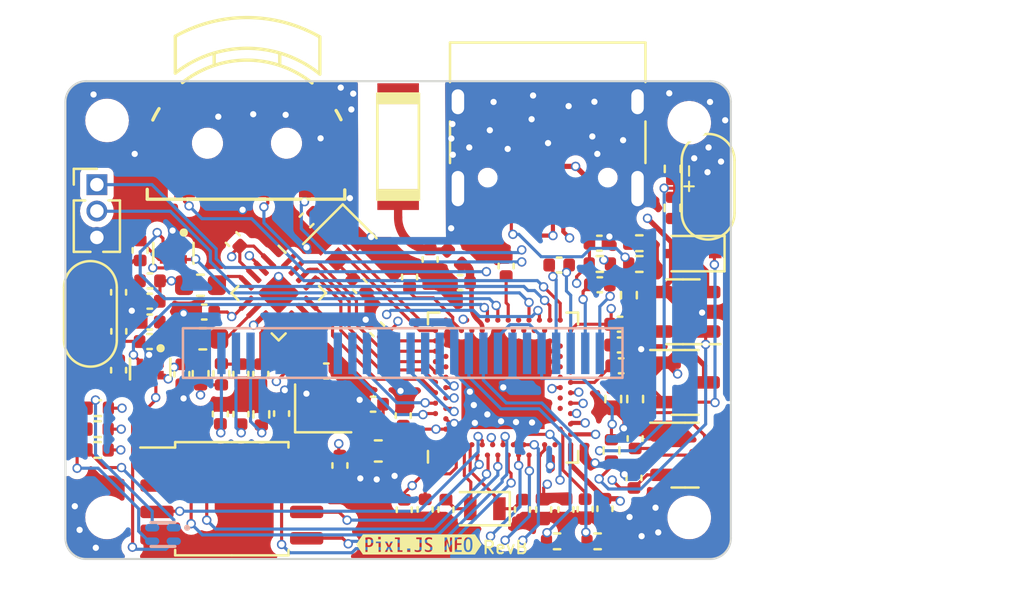
<source format=kicad_pcb>
(kicad_pcb (version 20221018) (generator pcbnew)
  (layers (0 "F.Cu" jumper) (1 "In1.Cu" signal) (2 "In2.Cu" signal) (31 "B.Cu" jumper) (34 "B.Paste" user) (35 "F.Paste" user) (36 "B.SilkS" user "B.Silkscreen") (37 "F.SilkS" user "F.Silkscreen") (38 "B.Mask" user) (39 "F.Mask" user) (44 "Edge.Cuts" user))
  (net 0 "")
  (net 1 "/COIL_A")
  (net 2 "/COIL_B")
  (net 3 "/VMID")
  (net 4 "+BATT")
  (net 5 "GND")
  (net 6 "/SPI1_MOSI")
  (net 7 "Net-(U1-A)")
  (net 8 "/TX1")
  (net 9 "VDD")
  (net 10 "/TX2")
  (net 11 "/RX")
  (net 13 "/USB_DP")
  (net 14 "/USB_DN")
  (net 15 "VBUS")
  (net 16 "/BAT_ADC")
  (net 17 "/CHRG")
  (net 18 "/LF_AMP_PWR")
  (net 19 "/HF_MISO")
  (net 20 "/HF_MOSI")
  (net 21 "/HF_SCK")
  (net 22 "/HF_CS")
  (net 23 "/SPI2_CS")
  (net 24 "/SPI2_IO1")
  (net 25 "/SPI2_IO2")
  (net 26 "/SPI2_IO0")
  (net 27 "/SPI2_CLK")
  (net 28 "/SPI2_IO3")
  (net 29 "/NFC_NRF_A")
  (net 30 "/NFC_ANT_SEL")
  (net 31 "/NFC_NRF_B")
  (net 32 "/SPI1_CLK")
  (net 33 "/RESET")
  (net 34 "/SWDCLK")
  (net 35 "/SWDIO")
  (net 36 "Net-(U4-XC1)")
  (net 37 "Net-(U4-XC2)")
  (net 38 "Net-(U4-ANT)")
  (net 39 "Net-(U4-DEC1)")
  (net 40 "Net-(U4-DEC3)")
  (net 41 "Net-(U4-DECUSB)")
  (net 42 "Net-(U4-DEC5)")
  (net 43 "Net-(U4-DEC4)")
  (net 44 "Net-(U4-XL1{slash}P0.00)")
  (net 45 "Net-(U4-XL2{slash}P0.01)")
  (net 46 "Net-(U6-OSCIN)")
  (net 47 "Net-(U6-OSCOUT)")
  (net 48 "Net-(U11-A)")
  (net 49 "Net-(U10-A)")
  (net 50 "Net-(U12-VI)")
  (net 51 "Net-(C30-Pad1)")
  (net 52 "Net-(C30-Pad2)")
  (net 53 "Net-(L2-Pad2)")
  (net 54 "Net-(C32-Pad2)")
  (net 55 "Net-(J2-Pin_27)")
  (net 56 "Net-(J2-Pin_28)")
  (net 57 "Net-(J2-Pin_3)")
  (net 58 "Net-(J2-Pin_2)")
  (net 59 "Net-(J2-Pin_5)")
  (net 60 "Net-(J2-Pin_4)")
  (net 61 "Net-(D1-RK)")
  (net 62 "Net-(D1-GK)")
  (net 63 "Net-(D1-BK)")
  (net 64 "Net-(D2-K)")
  (net 66 "Net-(J2-Pin_10)")
  (net 67 "Net-(J2-Pin_11)")
  (net 68 "/OLED_CS")
  (net 69 "/OLED_RST")
  (net 70 "/OLED_DC")
  (net 72 "Net-(J2-Pin_26)")
  (net 73 "Net-(U4-DCC)")
  (net 74 "Net-(U9-PROG)")
  (net 75 "Net-(U2-CC1)")
  (net 76 "Net-(U2-CC2)")
  (net 82 "/BUZZ")
  (net 83 "/K3")
  (net 84 "/K2")
  (net 85 "/K1")
  (net 88 "/LED_R")
  (net 89 "/LED_G")
  (net 90 "/LED_B")
  (footprint "MyLib:MountHole_D1.0mm_L10.0mm" (layer "F.Cu") (at 143.705 102.6)
    (fp_text reference "H2" hide)
    (fp_text value "MountingHole")
  )
  (footprint "Capacitor_SMD:C_0402_1005Metric" (layer "F.Cu") (at 124.1 116.6 90)
    (fp_text reference "C22" hide)
    (fp_text value "12pF")
  )
  (footprint "MyLib:MountHole_D1.0mm_L10.0mm" (layer "F.Cu") (at 115.705 121.6)
    (fp_text reference "H3" hide)
    (fp_text value "MountingHole")
  )
  (footprint "Package_SO:SOIC-8_5.23x5.23mm_P1.27mm" (layer "F.Cu") (at 121.705 120.7)
    (fp_text reference "U8" hide)
    (fp_text value "W25Q32JVSS")
  )
  (footprint "Resistor_SMD:R_0402_1005Metric" (layer "F.Cu") (at 139.3 122.75)
    (fp_text reference "R16" hide)
    (fp_text value "4.7K")
  )
  (footprint "Resistor_SMD:R_0402_1005Metric" (layer "F.Cu") (at 141.305 109.4 180)
    (fp_text reference "R3" hide)
    (fp_text value "5.1K")
  )
  (footprint "Capacitor_SMD:C_0402_1005Metric" (layer "F.Cu") (at 137.775 121.22 90)
    (fp_text reference "C18" hide)
    (fp_text value "4.7uF")
  )
  (footprint "Capacitor_SMD:C_0402_1005Metric" (layer "F.Cu") (at 128.7 112.55 -45)
    (fp_text reference "C14" hide)
    (fp_text value "0.1uF")
  )
  (footprint "MyLib:AN2051" (layer "F.Cu") (at 129.705 103.75 90)
    (fp_text reference "U1" hide)
    (fp_text value "Antenna")
  )
  (footprint "MyLib:MSW" (layer "F.Cu") (at 122.435 104.5865)
    (fp_text reference "U13" hide)
    (fp_text value "MSW" hide)
  )
  (footprint "Connector_PinHeader_1.27mm:PinHeader_1x03_P1.27mm_Vertical" (layer "F.Cu") (at 115.215 105.58)
    (fp_text reference "J1" hide)
    (fp_text value "SWD")
  )
  (footprint "Capacitor_SMD:C_0402_1005Metric" (layer "F.Cu") (at 126.25 114.55)
    (fp_text reference "C23" hide)
    (fp_text value "12pF")
  )
  (footprint "Inductor_SMD:L_0402_1005Metric" (layer "F.Cu") (at 128.5 117.15 180)
    (fp_text reference "L2" hide)
    (fp_text value "15nH")
  )
  (footprint "Capacitor_SMD:C_0402_1005Metric" (layer "F.Cu") (at 132.685 110.3 180)
    (fp_text reference "C5" hide)
    (fp_text value "TBD")
  )
  (footprint "Capacitor_SMD:C_0402_1005Metric" (layer "F.Cu") (at 125.3 107.3 -135)
    (fp_text reference "C3" hide)
    (fp_text value "15pF")
  )
  (footprint "Inductor_SMD:L_0402_1005Metric" (layer "F.Cu") (at 132.415 109.07 -45)
    (fp_text reference "L1" hide)
    (fp_text value "TBD")
  )
  (footprint "Capacitor_SMD:C_0402_1005Metric" (layer "F.Cu") (at 134.9 109.5 90)
    (fp_text reference "C9" hide)
    (fp_text value "1nF")
  )
  (footprint "Crystal:Crystal_SMD_2012-2Pin_2.0x1.2mm" (layer "F.Cu") (at 133.875 121.18 180)
    (fp_text reference "U5" hide)
    (fp_text value "32.768kHz")
  )
  (footprint "Inductor_SMD:L_0603_1608Metric" (layer "F.Cu") (at 128.75 118.4)
    (fp_text reference "L3" hide)
    (fp_text value "10uH")
  )
  (footprint "Capacitor_SMD:C_0402_1005Metric" (layer "F.Cu") (at 126.905 119.1 90)
    (fp_text reference "C24" hide)
    (fp_text value "0.1uF")
  )
  (footprint "Capacitor_SMD:C_0402_1005Metric" (layer "F.Cu") (at 117.759864 111.191932 180)
    (fp_text reference "C31" hide)
    (fp_text value "47pF")
  )
  (footprint "Capacitor_SMD:C_0402_1005Metric" (layer "F.Cu") (at 116.269864 112.641932 -90)
    (fp_text reference "C39" hide)
    (fp_text value "150pF")
  )
  (footprint "Capacitor_SMD:C_0402_1005Metric" (layer "F.Cu") (at 121.155 116.62 -90)
    (fp_text reference "C41" hide)
    (fp_text value "2.2uF")
  )
  (footprint "Capacitor_SMD:C_0402_1005Metric" (layer "F.Cu") (at 141.05 119.7 90)
    (fp_text reference "C33" hide)
    (fp_text value "1uF")
  )
  (footprint "Resistor_SMD:R_0402_1005Metric" (layer "F.Cu") (at 141.305 108.4 180)
    (fp_text reference "R2" hide)
    (fp_text value "5.1K")
  )
  (footprint "Resistor_SMD:R_0402_1005Metric" (layer "F.Cu") (at 120.205 114.708068 -90)
    (fp_text reference "R14" hide)
    (fp_text value "5.1K")
  )
  (footprint "Diode_SMD:D_SOD-323" (layer "F.Cu") (at 143.905 108.9 180)
    (fp_text reference "D2" hide)
    (fp_text value "1N5819")
  )
  (footprint "Capacitor_SMD:C_0402_1005Metric" (layer "F.Cu") (at 137.45 109.45)
    (fp_text reference "C43" hide)
    (fp_text value "1uF")
  )
  (footprint "Crystal:Crystal_SMD_2016-4Pin_2.0x1.6mm" (layer "F.Cu") (at 126.1 116.35)
    (fp_text reference "U7" hide)
    (fp_text value "27.12MHz")
  )
  (footprint "Capacitor_SMD:C_0402_1005Metric" (layer "F.Cu") (at 132.005 121.22 90)
    (fp_text reference "C15" hide)
    (fp_text value "12pF")
  )
  (footprint "Capacitor_SMD:C_0402_1005Metric" (layer "F.Cu") (at 127.865589 110.460589 -45)
    (fp_text reference "C4" hide)
    (fp_text value "15pF")
  )
  (footprint "Capacitor_SMD:C_0402_1005Metric" (layer "F.Cu") (at 129.95 116.7 -90)
    (fp_text reference "C11" hide)
    (fp_text value "1uF")
  )
  (footprint "Capacitor_SMD:C_0402_1005Metric" (layer "F.Cu") (at 117.749864 113.131932 180)
    (fp_text reference "C35" hide)
    (fp_text value "47pF")
  )
  (footprint "MyLib:PSON50P145X100X60-6N" (layer "F.Cu") (at 118.895 108.885 -90)
    (fp_text reference "U10" hide)
    (fp_text value "1G3157")
  )
  (footprint "Package_DFN_QFN:QFN-16-1EP_3x3mm_P0.5mm_EP1.45x1.45mm" (layer "F.Cu") (at 123.959117 110.8 -45)
    (fp_text reference "U6" hide)
    (fp_text value "CI522")
  )
  (footprint "Capacitor_SMD:C_0402_1005Metric" (layer "F.Cu") (at 120.379864 111.711932)
    (fp_text reference "C19" hide)
    (fp_text value "4.7uF")
  )
  (footprint "Capacitor_SMD:C_0402_1005Metric" (layer "F.Cu") (at 141.105 117.8 90)
    (fp_text reference "C29" hide)
    (fp_text value "1uF")
  )
  (footprint "Capacitor_SMD:C_0402_1005Metric" (layer "F.Cu") (at 121.75 108.2 -45)
    (fp_text reference "C20" hide)
    (fp_text value "0.1uF")
  )
  (footprint "Capacitor_SMD:C_0402_1005Metric" (layer "F.Cu") (at 117.769864 110.211932 180)
    (fp_text reference "C34" hide)
    (fp_text value "47pF")
  )
  (footprint "MyLib:MountHole_D1.0mm_L10.0mm" (layer "F.Cu") (at 143.705 121.6)
    (fp_text reference "H4" hide)
    (fp_text value "MountingHole")
  )
  (footprint "Inductor_SMD:L_0603_1608Metric" (layer "F.Cu") (at 120.2 110.421932 180)
    (fp_text reference "L4" hide)
    (fp_text value "2.2uH")
  )
  (footprint "Package_TO_SOT_SMD:SOT-23" (layer "F.Cu") (at 143.505 118.6)
    (fp_text reference "U12" hide)
    (fp_text value "XC6206P332MR")
  )
  (footprint "MyLib:USB_C_Receptacle_HRO_TYPE-C-31-M-12" (layer "F.Cu") (at 136.9 102.64 180)
    (fp_text reference "U2" hide)
    (fp_text value "USB_C_Receptacle_USB2.0")
  )
  (footprint "Capacitor_SMD:C_0402_1005Metric" (layer "F.Cu") (at 131.005 121.21 -90)
    (fp_text reference "C6" hide)
    (fp_text value "0.1uF")
  )
  (footprint "Capacitor_SMD:C_0402_1005Metric" (layer "F.Cu") (at 131.245 109.18 -90)
    (fp_text reference "C2" hide)
    (fp_text value "TBD")
  )
  (footprint "Capacitor_SMD:C_0402_1005Metric" (layer "F.Cu") (at 117.759864 112.191932)
    (fp_text reference "C32" hide)
    (fp_text value "47pF")
  )
  (footprint "Crystal:Crystal_SMD_2016-4Pin_2.0x1.6mm" (layer "F.Cu") (at 126.9 108.3 -135)
    (fp_text reference "U3" hide)
    (fp_text value "32MHz")
  )
  (footprint "Capacitor_SMD:C_0402_1005Metric" (layer "F.Cu") (at 122.145 116.63 -90)
    (fp_text reference "C40" hide)
    (fp_text value "4.7uF")
  )
  (footprint "Resistor_SMD:R_0402_1005Metric" (layer "F.Cu") (at 115.26 116.34 180)
    (fp_text reference "R5" hide)
    (fp_text value "1K")
  )
  (footprint "Package_TO_SOT_SMD:SOT-23" (layer "F.Cu") (at 143.505 115.1)
    (fp_text reference "Q1" hide)
    (fp_text value "AO3401A")
  )
  (footprint "Resistor_SMD:R_0402_1005Metric" (layer "F.Cu") (at 141.105 115.9 -90)
    (fp_text reference "R13" hide)
    (fp_text value "0")
  )
  (footprint "Resistor_SMD:R_0402_1005Metric" (layer "F.Cu") (at 115.25 117.35 180)
    (fp_text reference "R6" hide)
    (fp_text value "1K")
  )
  (footprint "Capacitor_SMD:C_0402_1005Metric" (layer "F.Cu") (at 140.43 114.3 180)
    (fp_text reference "C13" hide)
    (fp_text value "0.1uF")
  )
  (footprint "Capacitor_SMD:C_0402_1005Metric" (layer "F.Cu") (at 122.14 114.7 90)
    (fp_text reference "C28" hide)
    (fp_text value "0.1uF")
  )
  (footprint "MyLib:NFC_PAD" (layer "F.Cu") (at 144.615 106.95 90)
    (fp_text reference "BT1" hide)
    (fp_text value "LiPO")
  )
  (footprint "Capacitor_SMD:C_0402_1005Metric" (layer "F.Cu") (at 135.685 121.22 90)
    (fp_text reference "C16" hide)
    (fp_text value "12pF")
  )
  (footprint "MyLib:MountHole_D1.0mm_L10.0mm" (layer "F.Cu") (at 115.705 102.49)
    (fp_text reference "H1" hide)
    (fp_text value "MountingHole")
  )
  (footprint "Resistor_SMD:R_0402_1005Metric" (layer "F.Cu") (at 142.9 106.7 90)
    (fp_text reference "R9" hide)
    (fp_text value "806K")
  )
  (footprint "Capacitor_SMD:C_0402_1005Metric" (layer "F.Cu") (at 140.38 113.3 180)
    (fp_text reference "C37" hide)
    (fp_text value "1uF")
  )
  (footprint "Capacitor_SMD:C_0402_1005Metric" (layer "F.Cu") (at 139.385 108.4)
    (fp_text reference "C1" hide)
    (fp_text value "0.1uF")
  )
  (footprint "Resistor_SMD:R_0402_1005Metric" (layer "F.Cu") (at 139.965 118.37 90)
    (fp_text reference "R7" hide)
    (fp_text value "10K")
  )
  (footprint "Capacitor_SMD:C_0402_1005Metric" (layer "F.Cu") (at 128.5 116.15)
    (fp_text reference "C12" hide)
    (fp_text value "47nF")
  )
  (footprint "Resistor_SMD:R_0402_1005Metric" (layer "F.Cu") (at 121.205 114.708068 -90)
    (fp_text reference "R11" hide)
    (fp_text value "5.1K")
  )
  (footprint "Resistor_SMD:R_0402_1005Metric" (layer "F.Cu") (at 123.125 116.64 90)
    (fp_text reference "R15" hide)
    (fp_text value "560K")
  )
  (footprint "Capacitor_SMD:C_0402_1005Metric" (layer "F.Cu") (at 130 121.23 90)
    (fp_text reference "C21" hide)
    (fp_text value "1uF")
  )
  (footprint "Capacitor_SMD:C_0402_1005Metric" (layer "F.Cu") (at 138.7 121.2 -90)
    (fp_text reference "C8" hide)
    (fp_text value "4.7uF")
  )
  (footprint "Capacitor_SMD:C_0402_1005Metric" (layer "F.Cu") (at 116.259864 110.761932 -90)
    (fp_text reference "C38" hide)
    (fp_text value "150pF")
  )
  (footprint "Resistor_SMD:R_0402_1005Metric" (layer "F.Cu") (at 140.805 110.9 -90)
    (fp_text reference "R8" hide)
    (fp_text value "10K")
  )
  (footprint "Capacitor_SMD:C_0402_1005Metric" (layer "F.Cu") (at 117.295 108.75 90)
    (fp_text reference "C26" hide)
    (fp_text value "22pF")
  )
  (footprint "Capacitor_SMD:C_0402_1005Metric" (layer "F.Cu") (at 139.65 121.18 90)
    (fp_text reference "C10" hide)
    (fp_text value "4.7uF")
  )
  (footprint "Capacitor_SMD:C_0402_1005Metric" (layer "F.Cu") (at 136.705 121.22 90)
    (fp_text reference "C17" hide)
    (fp_text value "0.1uF")
  )
  (footprint "MyLib:Nordic_AQFN-73-1EP_7x7mm_P0.5mm" (layer "F.Cu") (at 134.75 115.35 90)
    (fp_text reference "U4" hide)
    (fp_text value "nRF52840")
  )
  (footprint "Resistor_SMD:R_0402_1005Metric" (layer "F.Cu") (at 142.91 104.8225 90)
    (fp_text reference "R10" hide)
    (fp_text value "2M")
  )
  (footprint "Package_TO_SOT_SMD:TSOT-23-5" (layer "F.Cu") (at 143.405 111.7 180)
    (fp_text reference "U9" hide)
    (fp_text value "LTC4054-4.2")
  )
  (footprint "Inductor_SMD:L_0603_1608Metric" (layer "F.Cu") (at 120.309864 113.001932 180)
    (fp_text reference "L5" hide)
    (fp_text value "2.2uH")
  )
  (footprint "MyLib:NFC_PAD" (layer "F.Cu") (at 114.905 110.53 -90)
    (fp_text reference "U14" hide)
    (fp_text value " NFC Antenna")
  )
  (footprint "Capacitor_SMD:C_0402_1005Metric" (layer "F.Cu") (at 123.1 114.7 90)
    (fp_text reference "C25" hide)
    (fp_text value "1uF")
  )
  (footprint "Resistor_SMD:R_0402_1005Metric" (layer "F.Cu") (at 115.25 118.35 180)
    (fp_text reference "R4" hide)
    (fp_text value "1K")
  )
  (footprint "Resistor_SMD:R_0402_1005Metric" (layer "F.Cu") (at 140.05 115.9 -90)
    (fp_text reference "R12" hide)
    (fp_text value "100K")
  )
  (footprint "Capacitor_SMD:C_0402_1005Metric" (layer "F.Cu") (at 130.255 110.03 90)
    (fp_text reference "C7" hide)
    (fp_text value "100pF")
  )
  (footprint "Resistor_SMD:R_0402_1005Metric" (layer "F.Cu") (at 137.35 122.75)
    (fp_text reference "R17" hide)
    (fp_text value "4.7K")
  )
  (footprint "Capacitor_SMD:C_0402_1005Metric" (layer "F.Cu") (at 139.405 110.4)
    (fp_text reference "C42" hide)
    (fp_text value "1uF")
  )
  (footprint "MyLib:PSON50P145X100X60-6N" (layer "F.Cu") (at 117.779864 114.456932 -90)
    (fp_text reference "U11" hide)
    (fp_text value "1G3157")
  )
  (footprint "Capacitor_SMD:C_0402_1005Metric" (layer "F.Cu") (at 119.305 114.708068 90)
    (fp_text reference "C30" hide)
    (fp_text value "0.1uF")
  )
  (footprint "Resistor_SMD:R_0402_1005Metric" (layer "F.Cu") (at 139.405 109.4)
    (fp_text reference "R1" hide)
    (fp_text value "10K")
  )
  (footprint "Capacitor_SMD:C_0402_1005Metric" (layer "F.Cu") (at 140.38 112.3 180)
    (fp_text reference "C36" hide)
    (fp_text value "1uF")
  )
  (footprint "kibuzzard-65881743" (layer "F.Cu") (at 130.705 122.9)
    (fp_text reference "kibuzzard-65881743" hide)
    (fp_text value "G***" hide)
  )
  (footprint "Capacitor_SMD:C_0402_1005Metric" (layer "F.Cu") (at 116.259864 114.511932 -90)
    (fp_text reference "C27" hide)
    (fp_text value "22pF")
  )
  (footprint "MyLib:LED-ARRAY-SMD_4P-L1.0-W1.0-TR-RD" (layer "B.Cu") (at 118.395 122.42 90)
    (fp_text reference "D1" hide)
    (fp_text value "LED_RGBA")
  )
  (footprint "MyLib:FPC_30P_0.7" (layer "B.Cu") (at 140.105 112.7 180)
    (fp_text reference "J2" hide)
    (fp_text value "Conn_01x30")
  )
  (gr_line (start 113.705 122.6) (end 113.705 101.6) (stroke (width 0.1)) (layer "Edge.Cuts"))
  (gr_line (start 145.705 101.6) (end 145.705 122.6) (stroke (width 0.1)) (layer "Edge.Cuts"))
  (gr_arc (start 114.705 123.6) (mid 113.997893 123.307107) (end 113.705 122.6) (stroke (width 0.1)) (layer "Edge.Cuts"))
  (gr_arc (start 144.705 100.6) (mid 145.412107 100.892893) (end 145.705 101.6) (stroke (width 0.1)) (layer "Edge.Cuts"))
  (gr_line (start 114.705 100.6) (end 144.705 100.6) (stroke (width 0.1)) (layer "Edge.Cuts"))
  (gr_line (start 144.705 123.6) (end 114.705 123.6) (stroke (width 0.1)) (layer "Edge.Cuts"))
  (gr_arc (start 145.705 122.6) (mid 145.412107 123.307107) (end 144.705 123.6) (stroke (width 0.1)) (layer "Edge.Cuts"))
  (gr_arc (start 113.705 101.6) (mid 113.997893 100.892893) (end 114.705 100.6) (stroke (width 0.1)) (layer "Edge.Cuts"))
  (gr_text "+-" (at 144.005 106.1 90) (layer "F.SilkS") (effects (font (size 0.6 0.6) (thickness 0.1) bold) (justify left bottom)))
  (gr_text "RevB" (at 133.705 123.4) (layer "F.SilkS") (effects (font (size 0.6 0.6) (thickness 0.1) bold) (justify left bottom)))
  (segment (start 117.299864 109.196932) (end 117.092364 109.196932) (width 0.15) (layer "F.Cu") (net 1))
  (segment (start 116.259864 110.281932) (end 117.219864 110.281932) (width 0.15) (layer "F.Cu") (net 1))
  (segment (start 117.295 109.23) (end 116.999864 109.23) (width 0.15) (layer "F.Cu") (net 1))
  (segment (start 116.999864 109.23) (end 116.259864 109.97) (width 0.15) (layer "F.Cu") (net 1))
  (segment (start 116.109864 110.431932) (end 114.349864 110.431932) (width 0.15) (layer "F.Cu") (net 1))
  (segment (start 116.259864 109.97) (end 116.259864 110.281932) (width 0.15) (layer "F.Cu") (net 1))
  (segment (start 116.119864 112.971932) (end 114.349864 112.971932) (width 0.15) (layer "F.Cu") (net 2))
  (segment (start 116.269864 113.121932) (end 116.269864 114.021932) (width 0.15) (layer "F.Cu") (net 2))
  (segment (start 116.269864 113.121932) (end 116.119864 112.971932) (width 0.15) (layer "F.Cu") (net 2))
  (segment (start 116.269864 113.121932) (end 117.259864 113.121932) (width 0.15) (layer "F.Cu") (net 2))
  (segment (start 123.472981 112.346796) (end 123.1 112.719777) (width 0.15) (layer "F.Cu") (net 3))
  (segment (start 123.1 112.719777) (end 123.1 114.22) (width 0.15) (layer "F.Cu") (net 3))
  (segment (start 123.1 114.22) (end 121.226932 114.22) (width 0.15) (layer "F.Cu") (net 3))
  (segment (start 143.545 107.21) (end 142.9 107.21) (width 0.25) (layer "F.Cu") (net 4))
  (segment (start 143.6 113.45) (end 143.6 111.15) (width 0.25) (layer "F.Cu") (net 4))
  (segment (start 143.805 106.95) (end 143.545 107.21) (width 0.25) (layer "F.Cu") (net 4))
  (segment (start 143.6 111.15) (end 144 110.75) (width 0.25) (layer "F.Cu") (net 4))
  (segment (start 143.75 108.97) (end 143.75 108.06) (width 0.25) (layer "F.Cu") (net 4))
  (segment (start 144.4425 114.2925) (end 143.6 113.45) (width 0.25) (layer "F.Cu") (net 4))
  (segment (start 144.5425 110.75) (end 144.5425 109.7625) (width 0.25) (layer "F.Cu") (net 4))
  (segment (start 144.615 106.95) (end 143.805 106.95) (width 0.25) (layer "F.Cu") (net 4))
  (segment (start 143.75 108.06) (end 142.9 107.21) (width 0.25) (layer "F.Cu") (net 4))
  (segment (start 144 110.75) (end 144.5425 110.75) (width 0.25) (layer "F.Cu") (net 4))
  (segment (start 144.4425 115.1) (end 144.4425 114.2925) (width 0.25) (layer "F.Cu") (net 4))
  (segment (start 144.5425 109.7625) (end 143.75 108.97) (width 0.25) (layer "F.Cu") (net 4))
  (segment (start 117.735 104.0865) (end 117.0485 104.0865) (width 0.15) (layer "F.Cu") (net 5))
  (segment (start 117.279864 111.262432) (end 116.895 111.647296) (width 0.15) (layer "F.Cu") (net 5))
  (segment (start 116.892296 111.65) (end 116.880364 111.661932) (width 0.15) (layer "F.Cu") (net 5))
  (segment (start 132.229479 117.079479) (end 132.400715 117.079479) (width 0.15) (layer "F.Cu") (net 5))
  (segment (start 117.0485 104.0865) (end 117.035 104.1) (width 0.15) (layer "F.Cu") (net 5))
  (segment (start 127.135 102.3595) (end 127.135 104.0865) (width 0.15) (layer "F.Cu") (net 5))
  (segment (start 125.249462 107.639411) (end 126.016117 108.406066) (width 0.15) (layer "F.Cu") (net 5))
  (segment (start 116.895 111.65) (end 116.892296 111.65) (width 0.15) (layer "F.Cu") (net 5))
  (segment (start 128.23 112.08) (end 128.360589 112.210589) (width 0.15) (layer "F.Cu") (net 5))
  (segment (start 127.783883 108.193934) (end 127.755659 108.222158) (width 0.15) (layer "F.Cu") (net 5))
  (segment (start 125.395 115.64) (end 125.295 115.64) (width 0.15) (layer "F.Cu") (net 5))
  (segment (start 140.86 113.3) (end 141.195 113.3) (width 0.15) (layer "F.Cu") (net 5))
  (segment (start 118.729 101.3755) (end 117.735 102.3695) (width 0.15) (layer "F.Cu") (net 5))
  (segment (start 132 116.85) (end 132.229479 117.079479) (width 0.15) (layer "F.Cu") (net 5))
  (segment (start 117.279864 112.061432) (end 116.880364 111.661932) (width 0.15) (layer "F.Cu") (net 5))
  (segment (start 117.779864 113.825183) (end 117.779864 114.161932) (width 0.15) (layer "F.Cu") (net 5))
  (segment (start 118.895 107.83) (end 118.895 108.59) (width 0.15) (layer "F.Cu") (net 5))
  (segment (start 125.4 115.8) (end 125.4 115.745) (width 0.15) (layer "F.Cu") (net 5))
  (segment (start 118.855 107.79) (end 118.895 107.83) (width 0.15) (layer "F.Cu") (net 5))
  (segment (start 128.145 112.08) (end 128.23 112.08) (width 0.15) (layer "F.Cu") (net 5))
  (segment (start 124.960589 107.639411) (end 125.249462 107.639411) (width 0.15) (layer "F.Cu") (net 5))
  (segment (start 116.895 111.647296) (end 116.895 111.65) (width 0.15) (layer "F.Cu") (net 5))
  (segment (start 126.200025 108.222158) (end 126.016117 108.406066) (width 0.15) (layer "F.Cu") (net 5))
  (segment (start 127.783883 108.193934) (end 127.943934 108.193934) (width 0.15) (layer "F.Cu") (net 5))
  (segment (start 119.452568 111.711932) (end 119.385 111.7795) (width 0.15) (layer "F.Cu") (net 5))
  (segment (start 133.25 112.6) (end 133.25 115.455) (width 0.15) (layer "F.Cu") (net 5))
  (segment (start 126.655 116.9) (end 125.395 115.64) (width 0.15) (layer "F.Cu") (net 5))
  (segment (start 139.865 108.080797) (end 139.866297 108.0795) (width 0.15) (layer "F.Cu") (net 5))
  (segment (start 129.95 115.638249) (end 129.8205 115.508749) (width 0.15) (layer "F.Cu") (net 5))
  (segment (start 119.899864 111.711932) (end 119.452568 111.711932) (width 0.15) (layer "F.Cu") (net 5))
  (segment (start 127.783883 108.193934) (end 128.311066 108.193934) (width 0.15) (layer "F.Cu") (net 5))
  (segment (start 126.016117 108.406066) (end 125.493934 108.406066) (width 0.15) (layer "F.Cu") (net 5))
  (segment (start 133.25 115.455) (end 133.155 115.55) (width 0.15) (layer "F.Cu") (net 5))
  (segment (start 133.155 115.55) (end 133.25 115.645) (width 0.15) (layer "F.Cu") (net 5))
  (segment (start 125.493934 108.406066) (end 125.3 108.6) (width 0.15) (layer "F.Cu") (net 5))
  (segment (start 129.95 116.22) (end 129.95 115.638249) (width 0.15) (layer "F.Cu") (net 5))
  (segment (start 118.729 101.3755) (end 126.151 101.3755) (width 0.15) (layer "F.Cu") (net 5))
  (segment (start 116.380364 112.161932) (end 116.880364 111.661932) (width 0.15) (layer "F.Cu") (net 5))
  (segment (start 126.8 116.9) (end 126.655 116.9) (width 0.15) (layer "F.Cu") (net 5))
  (segment (start 141.105 117.32) (end 140.575 117.32) (width 0.15) (layer "F.Cu") (net 5))
  (segment (start 139.865 108.4) (end 139.865 108.080797) (width 0.15) (layer "F.Cu") (net 5))
  (segment (start 141.195 113.3) (end 141.395 113.5) (width 0.15) (layer "F.Cu") (net 5))
  (segment (start 133.25 115.645) (end 133.25 116.095) (width 0.15) (layer "F.Cu") (net 5))
  (segment (start 140.565 116.925) (end 140.565 117.31) (width 0.15) (layer "F.Cu") (net 5))
  (segment (start 128.311066 108.193934) (end 128.405 108.1) (width 0.15) (layer "F.Cu") (net 5))
  (segment (start 133.25 116.095) (end 133.345 116.19) (width 0.15) (layer "F.Cu") (net 5))
  (segment (start 140.05 116.41) (end 140.565 116.925) (width 0.15) (layer "F.Cu") (net 5))
  (segment (start 125.4 115.745) (end 125.295 115.64) (width 0.15) (layer "F.Cu") (net 5))
  (segment (start 140.86 114.25) (end 140.91 114.3) (width 0.15) (layer "F.Cu") (net 5))
  (segment (start 140.86 112.3) (end 140.86 114.25) (width 0.15) (layer "F.Cu") (net 5))
  (segment (start 117.727445 113.772764) (end 117.779864 113.825183) (width 0.15) (layer "F.Cu") (net 5))
  (segment (start 126.158 101.3825) (end 127.135 102.3595) (width 0.15) (layer "F.Cu") (net 5))
  (segment (start 140.575 117.32) (end 140.565 117.31) (width 0.15) (layer "F.Cu") (net 5))
  (segment (start 126.151 101.3755) (end 126.158 101.3825) (width 0.15) (layer "F.Cu") (net 5))
  (segment (start 116.460364 111.241932) (end 116.880364 111.661932) (width 0.15) (layer "F.Cu") (net 5))
  (segment (start 117.735 102.3695) (end 117.735 104.0865) (width 0.15) (layer "F.Cu") (net 5))
  (via (at 127.885 119.72) (size 0.45) (drill 0.3) (layers "F.Cu" "B.Cu") (net 5))
  (via (at 127.385 106.23) (size 0.45) (drill 0.3) (layers "F.Cu" "B.Cu") (net 5))
  (via (at 143.945 104.31) (size 0.45) (drill 0.3) (layers "F.Cu" "B.Cu") (net 5))
  (via (at 119.385 111.7795) (size 0.45) (drill 0.3) (layers "F.Cu" "B.Cu") (net 5))
  (via (at 117.727445 113.772764) (size 0.45) (drill 0.3) (layers "F.Cu" "B.Cu") (net 5))
  (via (at 117.035 104.1) (size 0.45) (drill 0.3) (layers "F.Cu" "B.Cu") (net 5))
  (via (at 115.055 101.24) (size 0.45) (drill 0.3) (layers "F.Cu" "B.Cu") (net 5))
  (via (at 125.295 115.64) (size 0.45) (drill 0.3) (layers "F.Cu" "B.Cu") (net 5))
  (via (at 139.285 104.1) (size 0.45) (drill 0.3) (layers "F.Cu" "B.Cu") (net 5))
  (via (at 128.405 108.1) (size 0.45) (drill 0.3) (layers "F.Cu" "B.Cu") (net 5))
  (via (at 124.251424 115.472452) (size 0.45) (drill 0.3) (layers "F.Cu" "B.Cu") (net 5))
  (via (at 126.945 100.91) (size 0.45) (drill 0.3) (layers "F.Cu" "B.Cu") (net 5))
  (via (at 145.235 104.47) (size 0.45) (drill 0.3) (layers "F.Cu" "B.Cu") (net 5))
  (via (at 140.595 119.52) (size 0.45) (drill 0.3) (layers "F.Cu" "B.Cu") (net 5))
  (via (at 124.295 102.22) (size 0.45) (drill 0.3) (layers "F.Cu" "B.Cu") (net 5))
  (via (at 115.165 123.06) (size 0.45) (drill 0.3) (layers "F.Cu" "B.Cu") (net 5))
  (via (at 136.145 117.03) (size 0.45) (drill 0.3) (layers "F.Cu" "B.Cu") (net 5))
  (via (at 132.255 107.68) (size 0.45) (drill 0.3) (layers "F.Cu" "B.Cu") (net 5))
  (via (at 127.545 101.2) (size 0.45) (drill 0.3) (layers "F.Cu" "B.Cu") (net 5))
  (via (at 136.195 101.29) (size 0.45) (drill 0.3) (layers "F.Cu" "B.Cu") (net 5))
  (via (at 123.955 110.01) (size 0.45) (drill 0.3) (layers "F.Cu" "B.Cu") (net 5))
  (via (at 133.125 103.79) (size 0.45) (drill 0.3) (layers "F.Cu" "B.Cu") (net 5))
  (via (at 134.295 101.6) (size 0.45) (drill 0.3) (layers "F.Cu" "B.Cu") (net 5))
  (via (at 119.385 115.87) (size 0.45) (drill 0.3) (layers "F.Cu" "B.Cu") (net 5))
  (via (at 140.835 121.58) (size 0.45) (drill 0.3) (layers "F.Cu" "B.Cu") (net 5))
  (via (at 129.535 119.6) (size 0.45) (drill 0.3) (layers "F.Cu" "B.Cu") (net 5))
  (via (at 139.045 103.26) (size 0.45) (drill 0.3) (layers "F.Cu" "B.Cu") (net 5))
  (via (at 134.975 103.86) (size 0.45) (drill 0.3) (layers "F.Cu" "B.Cu") (net 5))
  (via (at 136.915 103.58) (size 0.45) (drill 0.3) (layers "F.Cu" "B.Cu") (net 5))
  (via (at 133.155 115.55) (size 0.45) (drill 0.3) (layers "F.Cu" "B.Cu") (net 5))
  (via (at 133.995 116.64) (size 0.45) (drill 0.3) (layers "F.Cu" "B.Cu") (net 5))
  (via (at 141.415 122.5) (size 0.45) (drill 0.3) (layers "F.Cu" "B.Cu") (net 5))
  (via (at 144.635 103.79) (size 0.45) (drill 0.3) (layers "F.Cu" "B.Cu") (net 5))
  (via (at 144.585 104.98) (size 0.45) (drill 0.3) (layers "F.Cu" "B.Cu") (net 5))
  (via (at 129.8205 115.508749) (size 0.45) (drill 0.3) (layers "F.Cu" "B.Cu") (net 5))
  (via (at 121.055 102.31) (size 0.45) (drill 0.3) (layers "F.Cu" "B.Cu") (net 5))
  (via (at 132.315 102.66) (size 0.45) (drill 0.3) (layers "F.Cu" "B.Cu") (net 5))
  (via (at 142.085 121.13) (size 0.45) (drill 0.3) (layers "F.Cu" "B.Cu") (net 5))
  (via (at 137.905 101.8) (size 0.45) (drill 0.3) (layers "F.Cu" "B.Cu") (net 5))
  (via (at 122.225 106.79) (size 0.45) (drill 0.3) (layers "F.Cu" "B.Cu") (net 5))
  (via (at 142.215 122.32) (size 0.45) (drill 0.3) (layers "F.Cu" "B.Cu") (net 5))
  (via (at 133.345 116.19) (size 0.45) (drill 0.3) (layers "F.Cu" "B.Cu") (net 5))
  (via (at 144.705 101.6) (size 0.45) (drill 0.3) (layers "F.Cu" "B.Cu") (net 5))
  (via (at 132.265 103.36) (size 0.45) (drill 0.3) (layers "F.Cu" "B.Cu") (net 5))
  (via (at 122.735 102.19) (size 0.45) (drill 0.3) (layers "F.Cu" "B.Cu") (net 5))
  (via (at 114.385 122.2) (size 0.45) (drill 0.3) (layers "F.Cu" "B.Cu") (net 5))
  (via (at 135.375 117.01) (size 0.45) (drill 0.3) (layers "F.Cu" "B.Cu") (net 5))
  (via (at 144.325 111.74) (size 0.45) (drill 0.3) (layers "F.Cu" "B.Cu") (net 5))
  (via (at 125.3 108.6) (size 0.45) (drill 0.3) (layers "F.Cu" "B.Cu") (net 5))
  (via (at 116.895 111.65) (size 0.45) (drill 0.3) (layers "F.Cu" "B.Cu") (net 5))
  (via (at 134.115 102.96) (size 0.45) (drill 0.3) (layers "F.Cu" "B.Cu") (net 5))
  (via (at 145.435 102.48) (size 0.45) (drill 0.3) (layers "F.Cu" "B.Cu") (net 5))
  (via (at 142.745 101.18) (size 0.45) (drill 0.3) (layers "F.Cu" "B.Cu") (net 5))
  (via (at 134.761203 115.338797) (size 0.45) (drill 0.3) (layers "F.Cu" "B.Cu") (net 5))
  (via (at 128.675 119.77) (size 0.45) (drill 0.3) (layers "F.Cu" "B.Cu") (net 5))
  (via (at 139.866297 108.0795) (size 0.45) (drill 0.3) (layers "F.Cu" "B.Cu") (net 5))
  (via (at 139.175138 118.9795) (size 0.45) (drill 0.3) (layers "F.Cu" "B.Cu") (net 5))
  (via (at 137.025 119.11) (size 0.45) (drill 0.3) (layers "F.Cu" "B.Cu") (net 5))
  (via (at 141.395 113.5) (size 0.45) (drill 0.3) (layers "F.Cu" "B.Cu") (net 5))
  (via (at 140.565 117.31) (size 0.45) (drill 0.3) (layers "F.Cu" "B.Cu") (net 5))
  (via (at 127.455 101.96) (size 0.45) (drill 0.3) (layers "F.Cu" "B.Cu") (net 5))
  (via (at 136.125 102.43) (size 0.45) (drill 0.3) (layers "F.Cu" "B.Cu") (net 5))
  (via (at 118.855 107.79) (size 0.45) (drill 0.3) (layers "F.Cu" "B.Cu") (net 5))
  (via (at 125.975 103.35) (size 0.45) (drill 0.3) (layers "F.Cu" "B.Cu") (net 5))
  (via (at 127.855 115.94) (size 0.45) (drill 0.3) (layers "F.Cu" "B.Cu") (net 5))
  (via (at 132.335 104.14) (size 0.45) (drill 0.3) (layers "F.Cu" "B.Cu") (net 5))
  (via (at 132.400715 117.079479) (size 0.45) (drill 0.3) (layers "F.Cu" "B.Cu") (net 5))
  (via (at 139.145 101.59) (size 0.45) (drill 0.3) (layers "F.Cu" "B.Cu") (net 5))
  (via (at 114.155 121.06) (size 0.45) (drill 0.3) (layers "F.Cu" "B.Cu") (net 5))
  (via (at 140.525 103.44) (size 0.45) (drill 0.3) (layers "F.Cu" "B.Cu") (net 5))
  (via (at 128.145 112.08) (size 0.45) (drill 0.3) (layers "F.Cu" "B.Cu") (net 5))
  (via (at 134.655 116.97) (size 0.45) (drill 0.3) (layers "F.Cu" "B.Cu") (net 5))
  (via (at 133.395 117.05) (size 0.45) (drill 0.3) (layers "F.Cu" "B.Cu") (net 5))
  (segment (start 133.155 115.39) (end 133.155 115.55) (width 0.15) (layer "B.Cu") (net 5))
  (segment (start 128.905 114.593249) (end 129.8205 115.508749) (width 0.15) (layer "B.Cu") (net 5))
  (segment (start 125.405 113.7) (end 125.405 115.15) (width 0.15) (layer "B.Cu") (net 5))
  (segment (start 125.825 115.16) (end 125.415 115.16) (width 0.15) (layer "B.Cu") (net 5))
  (segment (start 135.205 113.7) (end 135.205 114.895) (width 0.15) (layer "B.Cu") (net 5))
  (segment (start 126.105 114.88) (end 125.825 115.16) (width 0.15) (layer "B.Cu") (net 5))
  (segment (start 125.405 115.15) (end 125.415 115.16) (width 0.15) (layer "B.Cu") (net 5))
  (segment (start 126.105 113.7) (end 126.105 114.88) (width 0.15) (layer "B.Cu") (net 5))
  (segment (start 129.8205 115.508749) (end 129.605 115.293249) (width 0.15) (layer "B.Cu") (net 5))
  (segment (start 132.405 113.7) (end 132.405 114.64) (width 0.15) (layer "B.Cu") (net 5))
  (segment (start 128.905 113.7) (end 128.905 114.593249) (width 0.15) (layer "B.Cu") (net 5))
  (segment (start 124.563876 115.16) (end 125.415 115.16) (width 0.15) (layer "B.Cu") (net 5))
  (segment (start 132.405 114.64) (end 133.155 115.39) (width 0.15) (layer "B.Cu") (net 5))
  (segment (start 135.205 114.895) (end 134.761203 115.338797) (width 0.15) (layer "B.Cu") (net 5))
  (segment (start 119.805 113.7) (end 119.805 115.45) (width 0.15) (layer "B.Cu") (net 5))
  (segment (start 119.805 115.45) (end 119.385 115.87) (width 0.15) (layer "B.Cu") (net 5))
  (segment (start 124.251424 115.472452) (end 124.563876 115.16) (width 0.15) (layer "B.Cu") (net 5))
  (segment (start 129.605 115.293249) (end 129.605 113.7) (width 0.15) (layer "B.Cu") (net 5))
  (segment (start 131.5 116.1) (end 131.023821 116.1) (width 0.15) (layer "F.Cu") (net 6))
  (segment (start 131.023821 116.1) (end 131.003665 116.079844) (width 0.15) (layer "F.Cu") (net 6))
  (via (at 131.003665 116.079844) (size 0.45) (drill 0.3) (layers "F.Cu" "B.Cu") (net 6))
  (segment (start 129.644844 116.079844) (end 128.205 114.64) (width 0.15) (layer "B.Cu") (net 6))
  (segment (start 131.003665 116.079844) (end 129.644844 116.079844) (width 0.15) (layer "B.Cu") (net 6))
  (segment (start 128.205 114.64) (end 128.205 113.7) (width 0.15) (layer "B.Cu") (net 6))
  (segment (start 129.705 106.3) (end 129.705 107.16) (width 0.4) (layer "F.Cu") (net 7))
  (segment (start 132.072053 108.727053) (end 131.252053 108.727053) (width 0.25) (layer "F.Cu") (net 7))
  (arc (start 129.705 107.16) (mid 130.156056 108.248944) (end 131.245 108.7) (width 0.4) (layer "F.Cu") (net 7))
  (segment (start 122.098457 110) (end 122.412321 110.313864) (width 0.15) (layer "F.Cu") (net 8))
  (segment (start 121.509296 110) (end 122.098457 110) (width 0.15) (layer "F.Cu") (net 8))
  (segment (start 121.087364 110.421932) (end 121.509296 110) (width 0.15) (layer "F.Cu") (net 8))
  (segment (start 136.705 120.74) (end 137.775 120.74) (width 0.15) (layer "F.Cu") (net 9))
  (segment (start 118.045 115.83) (end 118.045 115.94) (width 0.15) (layer "F.Cu") (net 9))
  (segment (start 132 118.6) (end 131.823224 118.6) (width 0.15) (layer "F.Cu") (net 9))
  (segment (start 126.53 118.62) (end 126.35 118.8) (width 0.15) (layer "F.Cu") (net 9))
  (segment (start 126.345 118.795) (end 125.305 118.795) (width 0.15) (layer "F.Cu") (net 9))
  (segment (start 116.935 117.05) (end 116.935 123.02) (width 0.15) (layer "F.Cu") (net 9))
  (segment (start 123.096447 112.040039) (end 123.055459 112.040039) (width 0.15) (layer "F.Cu") (net 9))
  (segment (start 126.35 118.8) (end 126.345 118.795) (width 0.15) (layer "F.Cu") (net 9))
  (segment (start 117.910634 109.59) (end 118.622884 109.59) (width 0.15) (layer "F.Cu") (net 9))
  (segment (start 123.055459 112.040039) (end 122.75 112.345498) (width 0.15) (layer "F.Cu") (net 9))
  (segment (start 141.05 120.18) (end 140.38 120.18) (width 0.15) (layer "F.Cu") (net 9))
  (segment (start 121.7 111.9295) (end 121.482432 111.711932) (width 0.15) (layer "F.Cu") (net 9))
  (segment (start 139.915 109.4) (end 139.8 109.4) (width 0.15) (layer "F.Cu") (net 9))
  (segment (start 136.75 118.35) (end 136.5 118.6) (width 0.15) (layer "F.Cu") (net 9))
  (segment (start 140.38 120.18) (end 140 119.8) (width 0.15) (layer "F.Cu") (net 9))
  (segment (start 118.045 115.94) (end 116.935 117.05) (width 0.15) (layer "F.Cu") (net 9))
  (segment (start 121.7 109.05) (end 121.7 108.928822) (width 0.15) (layer "F.Cu") (net 9))
  (segment (start 123.472981 109.253204) (end 122.759188 108.539411) (width 0.15) (layer "F.Cu") (net 9))
  (segment (start 126.85 118.05) (end 126.85 118.565) (width 0.15) (layer "F.Cu") (net 9))
  (segment (start 121.768957 111.9295) (end 122.412321 111.286136) (width 0.15) (layer "F.Cu") (net 9))
  (segment (start 136.5 120.535) (end 136.705 120.74) (width 0.15) (layer "F.Cu") (net 9))
  (segment (start 142.5675 119.55) (end 141.68 119.55) (width 0.15) (layer "F.Cu") (net 9))
  (segment (start 141.68 119.55) (end 141.05 120.18) (width 0.15) (layer "F.Cu") (net 9))
  (segment (start 118.05198 115.82302) (end 118.05198 115.161932) (width 0.15) (layer "F.Cu") (net 9))
  (segment (start 139.965 117.86) (end 139.965 117.145) (width 0.15) (layer "F.Cu") (net 9))
  (segment (start 122.759188 108.539411) (end 122.089411 108.539411) (width 0.15) (layer "F.Cu") (net 9))
  (segment (start 130 120.423224) (end 130 120.75) (width 0.15) (layer "F.Cu") (net 9))
  (segment (start 138.3 112.3) (end 138 112.6) (width 0.15) (layer "F.Cu") (net 9))
  (segment (start 139.95 114.3) (end 139.15 115.1) (width 0.15) (layer "F.Cu") (net 9))
  (segment (start 136.705 120.172823) (end 136.877823 120) (width 0.15) (layer "F.Cu") (net 9))
  (segment (start 121.7 108.928822) (end 122.089411 108.539411) (width 0.15) (layer "F.Cu") (net 9))
  (segment (start 139.15 115.1) (end 138 115.1) (width 0.15) (layer "F.Cu") (net 9))
  (segment (start 136.75 118.1) (end 136.75 118.35) (width 0.15) (layer "F.Cu") (net 9))
  (segment (start 121.482432 111.711932) (end 120.859864 111.711932) (width 0.15) (layer "F.Cu") (net 9))
  (segment (start 129.696297 112.153703) (end 129.696297 112.232525) (width 0.15) (layer "F.Cu") (net 9))
  (segment (start 139.965 117.145) (end 140 117.11) (width 0.15) (layer "F.Cu") (net 9))
  (segment (start 139.9 112.3) (end 138.3 112.3) (width 0.15) (layer "F.Cu") (net 9))
  (segment (start 136.705 120.74) (end 136.705 120.172823) (width 0.15) (layer "F.Cu") (net 9))
  (segment (start 118.622884 109.59) (end 118.895 109.317884) (width 0.15) (layer "F.Cu") (net 9))
  (segment (start 129.25 113.1) (end 129.039411 112.889411) (width 0.15) (layer "F.Cu") (net 9))
  (segment (start 117.779864 114.889816) (end 117.779864 114.751932) (width 0.15) (layer "F.Cu") (net 9))
  (segment (start 122.089411 109.283848) (end 122.089411 108.539411) (width 0.15) (layer "F.Cu") (net 9))
  (segment (start 136.5 118.6) (end 136.5 120.535) (width 0.15) (layer "F.Cu") (net 9))
  (segment (start 116.935 123.02) (end 116.925 123.03) (width 0.15) (layer "F.Cu") (net 9))
  (segment (start 122.765874 109.960311) (end 122.089411 109.283848) (width 0.15) (layer "F.Cu") (net 9))
  (segment (start 131.5 113.1) (end 129.25 113.1) (width 0.15) (layer "F.Cu") (net 9))
  (segment (start 126.85 118.565) (end 126.905 118.62) (width 0.15) (layer "F.Cu") (net 9))
  (segment (start 118.05198 115.161932) (end 117.779864 114.889816) (width 0.15) (layer "F.Cu") (net 9))
  (segment (start 118.045 115.83) (end 118.05198 115.82302) (width 0.15) (layer "F.Cu") (net 9))
  (segment (start 129.696297 112.232525) (end 129.039411 112.889411) (width 0.15) (layer "F.Cu") (net 9))
  (segment (start 126.905 118.62) (end 126.53 118.62) (width 0.15) (layer "F.Cu") (net 9))
  (segment (start 139.8 109.4) (end 139.6 109.2) (width 0.15) (layer "F.Cu") (net 9))
  (segment (start 131.823224 118.6) (end 130 120.423224) (width 0.15) (layer "F.Cu") (net 9))
  (segment (start 139.95 111.55) (end 139.95 114.3) (width 0.15) (layer "F.Cu") (net 9))
  (segment (start 118.895 109.317884) (end 118.895 109.18) (width 0.15) (layer "F.Cu") (net 9))
  (segment (start 121.7 111.9295) (end 121.768957 111.9295) (width 0.15) (layer "F.Cu") (net 9))
  (via (at 136.877823 120) (size 0.45) (drill 0.3) (layers "F.Cu" "B.Cu") (net 9))
  (via (at 117.908782 109.588148) (size 0.45) (drill 0.3) (layers "F.Cu" "B.Cu") (net 9))
  (via (at 140 119.8) (size 0.45) (drill 0.3) (layers "F.Cu" "B.Cu") (net 9))
  (via (at 139.6 109.2) (size 0.45) (drill 0.3) (layers "F.Cu" "B.Cu") (net 9))
  (via (at 129.696297 112.153703) (size 0.45) (drill 0.3) (layers "F.Cu" "B.Cu") (net 9))
  (via (at 118.045 115.83) (size 0.45) (drill 0.3) (layers "F.Cu" "B.Cu") (net 9))
  (via (at 121.7 109.05) (size 0.45) (drill 0.3) (layers "F.Cu" "B.Cu") (net 9))
  (via (at 122.75 112.345498) (size 0.45) (drill 0.3) (layers "F.Cu" "B.Cu") (net 9))
  (via (at 139.95 111.55) (size 0.45) (drill 0.3) (layers "F.Cu" "B.Cu") (net 9))
  (via (at 116.925 123.03) (size 0.45) (drill 0.3) (layers "F.Cu" "B.Cu") (net 9))
  (via (at 130.381407 120.068593) (size 0.45) (drill 0.3) (layers "F.Cu" "B.Cu") (net 9))
  (via (at 140 117.11) (size 0.45) (drill 0.3) (layers "F.Cu" "B.Cu") (net 9))
  (via (at 126.85 118.05) (size 0.45) (drill 0.3) (layers "F.Cu" "B.Cu") (net 9))
  (via (at 121.7 111.9295) (size 0.45) (drill 0.3) (layers "F.Cu" "B.Cu") (net 9))
  (segment (start 136.605 112.9) (end 136.605 113.7) (width 0.15) (layer "B.Cu") (net 9))
  (segment (start 136.6 114.905) (end 138.584112 114.905) (width 0.15) (layer "B.Cu") (net 9))
  (segment (start 134.505 113.7) (end 134.505 112.9) (width 0.15) (layer "B.Cu") (net 9))
  (segment (start 118.526 123.132) (end 118.913 122.745) (width 0.15) (layer "B.Cu") (net 9))
  (segment (start 138.584112 114.905) (end 140 116.320888) (width 0.15) (layer "B.Cu") (net 9))
  (segment (start 136.605 114.9) (end 136.605 113.7) (width 0.15) (layer "B.Cu") (net 9))
  (segment (start 134.505 112.9) (end 135.085 112.32) (width 0.15) (layer "B.Cu") (net 9))
  (segment (start 117.027 123.132) (end 118.526 123.132) (width 0.15) (layer "B.Cu") (net 9))
  (segment (start 140 116.320888) (end 140 117.11) (width 0.15) (layer "B.Cu") (net 9))
  (segment (start 136.6 114.905) (end 136.605 114.9) (width 0.15) (layer "B.Cu") (net 9))
  (segment (start 135.085 112.32) (end 136.025 112.32) (width 0.15) (layer "B.Cu") (net 9))
  (segment (start 136.025 112.32) (end 136.605 112.9) (width 0.15) (layer "B.Cu") (net 9))
  (segment (start 116.925 123.03) (end 117.027 123.132) (width 0.15) (layer "B.Cu") (net 9))
  (segment (start 121.427446 113.001932) (end 121.097364 113.001932) (width 0.15) (layer "F.Cu") (net 10))
  (segment (start 122.742893 111.686485) (end 121.427446 113.001932) (width 0.15) (layer "F.Cu") (net 10))
  (segment (start 123.85 115.054502) (end 124.75 114.154502) (width 0.15) (layer "F.Cu") (net 11))
  (segment (start 124.75 112.651543) (end 124.445253 112.346796) (width 0.15) (layer "F.Cu") (net 11))
  (segment (start 120.2 115.7) (end 120.2 115.223068) (width 0.15) (layer "F.Cu") (net 11))
  (segment (start 124.75 114.154502) (end 124.75 112.651543) (width 0.15) (layer "F.Cu") (net 11))
  (segment (start 121.205 115.218068) (end 120.205 115.218068) (width 0.15) (layer "F.Cu") (net 11))
  (segment (start 120.2 115.223068) (end 120.205 115.218068) (width 0.15) (layer "F.Cu") (net 11))
  (via (at 123.85 115.054502) (size 0.45) (drill 0.3) (layers "F.Cu" "B.Cu") (net 11))
  (via (at 120.2 115.7) (size 0.45) (drill 0.3) (layers "F.Cu" "B.Cu") (net 11))
  (segment (start 138.05 117.05) (end 138 117.1) (width 0.2) (layer "F.Cu") (net 13))
  (segment (start 136.15 107.61) (end 136.57203 108.03203) (width 0.2) (layer "F.Cu") (net 13))
  (segment (start 138.7 117.05) (end 138.05 117.05) (width 0.2) (layer "F.Cu") (net 13))
  (segment (start 136.15 106.685) (end 136.15 107.61) (width 0.2) (layer "F.Cu") (net 13))
  (segment (start 137.15 108.030707) (end 137.15 106.685) (width 0.2) (layer "F.Cu") (net 13))
  (segment (start 136.57203 108.03203) (end 137.151323 108.03203) (width 0.2) (layer "F.Cu") (net 13))
  (segment (start 137.151323 108.03203) (end 137.15 108.030707) (width 0.2) (layer "F.Cu") (net 13))
  (via (at 138.7 117.05) (size 0.45) (drill 0.3) (layers "F.Cu" "B.Cu") (net 13))
  (via (at 137.151323 108.03203) (size 0.45) (drill 0.3) (layers "F.Cu" "B.Cu") (net 13))
  (segment (start 136.65 105.76) (end 136.65 106.685) (width 0.2) (layer "F.Cu") (net 14))
  (segment (start 137.65 106.685) (end 137.65 105.76) (width 0.2) (layer "F.Cu") (net 14))
  (segment (start 136.95 105.46) (end 136.65 105.76) (width 0.2) (layer "F.Cu") (net 14))
  (segment (start 137.95 108.145) (end 137.65 107.845) (width 0.2) (layer "F.Cu") (net 14))
  (segment (start 139.2 117.6) (end 138 117.6) (width 0.2) (layer "F.Cu") (net 14))
  (segment (start 137.65 107.845) (end 137.65 106.685) (width 0.2) (layer "F.Cu") (net 14))
  (segment (start 137.65 105.76) (end 137.35 105.46) (width 0.2) (layer "F.Cu") (net 14))
  (segment (start 137.35 105.46) (end 136.95 105.46) (width 0.2) (layer "F.Cu") (net 14))
  (via (at 137.95 108.145) (size 0.45) (drill 0.3) (layers "F.Cu" "B.Cu") (net 14))
  (via (at 139.2 117.6) (size 0.45) (drill 0.3) (layers "F.Cu" "B.Cu") (net 14))
  (segment (start 138.24 104.7) (end 139.35 105.81) (width 0.25) (layer "F.Cu") (net 15))
  (segment (start 143.2 113.5175) (end 142.5675 114.15) (width 0.25) (layer "F.Cu") (net 15))
  (segment (start 140.275 120.7) (end 140.385 120.81) (width 0.25) (layer "F.Cu") (net 15))
  (segment (start 138 119.05) (end 139.65 120.7) (width 0.25) (layer "F.Cu") (net 15))
  (segment (start 134.45 105.81) (end 135.56 104.7) (width 0.25) (layer "F.Cu") (net 15))
  (segment (start 135.56 104.7) (end 138.24 104.7) (width 0.25) (layer "F.Cu") (net 15))
  (segment (start 140.575 114.865) (end 140.05 115.39) (width 0.25) (layer "F.Cu") (net 15))
  (segment (start 142.855 108.9) (end 142.855 110.1625) (width 0.25) (layer "F.Cu") (net 15))
  (segment (start 142.5675 114.15) (end 141.8525 114.865) (width 0.25) (layer "F.Cu") (net 15))
  (segment (start 141.7 107.2) (end 142.855 108.355) (width 0.25) (layer "F.Cu") (net 15))
  (segment (start 143.1075 114.69) (end 142.5675 114.15) (width 0.25) (layer "F.Cu") (net 15))
  (segment (start 142.5 110.75) (end 143.2 111.45) (width 0.25) (layer "F.Cu") (net 15))
  (segment (start 138 118.1) (end 138 119.05) (width 0.25) (layer "F.Cu") (net 15))
  (segment (start 142.855 108.355) (end 142.855 108.9) (width 0.25) (layer "F.Cu") (net 15))
  (segment (start 143.145 114.69) (end 143.1075 114.69) (width 0.25) (layer "F.Cu") (net 15))
  (segment (start 139.35 105.81) (end 139.35 106.685) (width 0.25) (layer "F.Cu") (net 15))
  (segment (start 141.8525 114.865) (end 140.575 114.865) (width 0.25) (layer "F.Cu") (net 15))
  (segment (start 134.45 106.685) (end 134.45 105.81) (width 0.25) (layer "F.Cu") (net 15))
  (segment (start 142.2675 110.75) (end 142.5 110.75) (width 0.25) (layer "F.Cu") (net 15))
  (segment (start 142.855 110.1625) (end 142.2675 110.75) (width 0.25) (layer "F.Cu") (net 15))
  (segment (start 139.65 120.7) (end 140.275 120.7) (width 0.25) (layer "F.Cu") (net 15))
  (segment (start 143.2 111.45) (end 143.2 113.5175) (width 0.25) (layer "F.Cu") (net 15))
  (via (at 140.385 120.81) (size 0.45) (drill 0.3) (layers "F.Cu" "B.Cu") (net 15))
  (via (at 141.7 107.2) (size 0.45) (drill 0.3) (layers "F.Cu" "B.Cu") (net 15))
  (via (at 138.24 104.7) (size 0.45) (drill 0.3) (layers "F.Cu" "B.Cu") (net 15))
  (via (at 143.145 114.69) (size 0.45) (drill 0.3) (layers "F.Cu" "B.Cu") (net 15))
  (segment (start 143.005 106.2) (end 143.005 105.75) (width 0.15) (layer "F.Cu") (net 16))
  (segment (start 134.185353 117.759647) (end 134.25 117.824294) (width 0.15) (layer "F.Cu") (net 16))
  (segment (start 142.5 105.75) (end 143.005 105.75) (width 0.15) (layer "F.Cu") (net 16))
  (segment (start 143.005 105.75) (end 143.005 105.25) (width 0.15) (layer "F.Cu") (net 16))
  (segment (start 134.25 117.824294) (end 134.25 118.1) (width 0.15) (layer "F.Cu") (net 16))
  (via (at 139.395 118.389502) (size 0.45) (drill 0.3) (layers "F.Cu" "B.Cu") (net 16))
  (via (at 142.5 105.75) (size 0.45) (drill 0.3) (layers "F.Cu" "B.Cu") (net 16))
  (via (at 134.185353 117.759647) (size 0.45) (drill 0.3) (layers "F.Cu" "B.Cu") (net 16))
  (segment (start 142.5 116.985) (end 142.5 105.75) (width 0.15) (layer "B.Cu") (net 16))
  (segment (start 139.395 118.389502) (end 141.095498 118.389502) (width 0.15) (layer "B.Cu") (net 16))
  (segment (start 141.095498 118.389502) (end 142.5 116.985) (width 0.15) (layer "B.Cu") (net 16))
  (segment (start 144.495 113.27) (end 144.495 112.6975) (width 0.15) (layer "F.Cu") (net 17))
  (segment (start 144.495 112.6975) (end 144.5425 112.65) (width 0.15) (layer "F.Cu") (net 17))
  (segment (start 135.75 117.6) (end 137.005 117.6) (width 0.15) (layer "F.Cu") (net 17))
  (segment (start 139.965 118.88) (end 139.965 119.15) (width 0.15) (layer "F.Cu") (net 17))
  (segment (start 139.965 119.15) (end 139.445 119.67) (width 0.15) (layer "F.Cu") (net 17))
  (segment (start 135.25 118.1) (end 135.75 117.6) (width 0.15) (layer "F.Cu") (net 17))
  (via (at 137.491663 119.8) (size 0.45) (drill 0.3) (layers "F.Cu" "B.Cu") (net 17))
  (via (at 144.495 113.27) (size 0.45) (drill 0.3) (layers "F.Cu" "B.Cu") (net 17))
  (via (at 139.371558 119.743442) (size 0.45) (drill 0.3) (layers "F.Cu" "B.Cu") (net 17))
  (via (at 137.005 117.6) (size 0.45) (drill 0.3) (layers "F.Cu" "B.Cu") (net 17))
  (segment (start 139.371558 119.77967) (end 139.821888 120.23) (width 0.15) (layer "B.Cu") (net 17))
  (segment (start 144.495 117.11) (end 144.495 113.27) (width 0.15) (layer "B.Cu") (net 17))
  (segment (start 137.491663 118.086663) (end 137.005 117.6) (width 0.15) (layer "B.Cu") (net 17))
  (segment (start 137.491663 119.8) (end 137.491663 118.086663) (width 0.15) (layer "B.Cu") (net 17))
  (segment (start 139.821888 120.23) (end 141.375 120.23) (width 0.15) (layer "B.Cu") (net 17))
  (segment (start 141.375 120.23) (end 144.495 117.11) (width 0.15) (layer "B.Cu") (net 17))
  (segment (start 139.371558 119.743442) (end 139.371558 119.77967) (width 0.15) (layer "B.Cu") (net 17))
  (segment (start 136.5 111.710145) (end 136.4295 111.639645) (width 0.15) (layer "F.Cu") (net 18))
  (segment (start 123.119428 109.606757) (end 123.119428 109.569428) (width 0.15) (layer "F.Cu") (net 18))
  (segment (start 136.5 112.1) (end 136.5 111.710145) (width 0.15) (layer "F.Cu") (net 18))
  (segment (start 123.119428 109.569428) (end 122.55 109) (width 0.15) (layer "F.Cu") (net 18))
  (via (at 122.55 109) (size 0.45) (drill 0.3) (layers "F.Cu" "B.Cu") (net 18))
  (via (at 136.4295 111.639645) (size 0.45) (drill 0.3) (layers "F.Cu" "B.Cu") (net 18))
  (via (at 129.155 111.83) (size 0.45) (drill 0.3) (layers "F.Cu" "B.Cu") (net 18))
  (segment (start 133.325 111.63) (end 133.625 111.93) (width 0.15) (layer "B.Cu") (net 18))
  (segment (start 129.155 111.83) (end 129.355 111.63) (width 0.15) (layer "B.Cu") (net 18))
  (segment (start 129.355 111.63) (end 133.325 111.63) (width 0.15) (layer "B.Cu") (net 18))
  (segment (start 136.139145 111.93) (end 136.4295 111.639645) (width 0.15) (layer "B.Cu") (net 18))
  (segment (start 133.625 111.93) (end 136.139145 111.93) (width 0.15) (layer "B.Cu") (net 18))
  (segment (start 126.55 112.85) (end 128.65 114.95) (width 0.15) (layer "F.Cu") (net 19))
  (segment (start 128.65 114.95) (end 130.85 114.95) (width 0.15) (layer "F.Cu") (net 19))
  (segment (start 130.85 114.95) (end 131.5 115.6) (width 0.15) (layer "F.Cu") (net 19))
  (segment (start 125.505913 111.286136) (end 126.55 112.330223) (width 0.15) (layer "F.Cu") (net 19))
  (segment (start 126.55 112.330223) (end 126.55 112.85) (width 0.15) (layer "F.Cu") (net 19))
  (segment (start 128.85 114.5) (end 130.9 114.5) (width 0.15) (layer "F.Cu") (net 20))
  (segment (start 126.95 112.6) (end 128.85 114.5) (width 0.15) (layer "F.Cu") (net 20))
  (segment (start 130.9 114.5) (end 131.5 115.1) (width 0.15) (layer "F.Cu") (net 20))
  (segment (start 125.505913 110.313864) (end 125.719777 110.1) (width 0.15) (layer "F.Cu") (net 20))
  (segment (start 125.719777 110.1) (end 125.85 110.1) (width 0.15) (layer "F.Cu") (net 20))
  (segment (start 126.95 111.2) (end 126.95 112.6) (width 0.15) (layer "F.Cu") (net 20))
  (segment (start 125.85 110.1) (end 126.95 111.2) (width 0.15) (layer "F.Cu") (net 20))
  (segment (start 128.95 114.1) (end 131 114.1) (width 0.15) (layer "F.Cu") (net 21))
  (segment (start 125.15236 109.960311) (end 125.462671 109.65) (width 0.15) (layer "F.Cu") (net 21))
  (segment (start 127.35 112.5) (end 128.95 114.1) (width 0.15) (layer "F.Cu") (net 21))
  (segment (start 131 114.1) (end 131.5 114.6) (width 0.15) (layer "F.Cu") (net 21))
  (segment (start 127.35 111.2) (end 127.35 112.5) (width 0.15) (layer "F.Cu") (net 21))
  (segment (start 125.462671 109.65) (end 125.8 109.65) (width 0.15) (layer "F.Cu") (net 21))
  (segment (start 125.8 109.65) (end 127.35 111.2) (width 0.15) (layer "F.Cu") (net 21))
  (segment (start 125.84598 109.3) (end 127.7 111.15402) (width 0.15) (layer "F.Cu") (net 22))
  (segment (start 127.7 112.31416) (end 128.98584 113.6) (width 0.15) (layer "F.Cu") (net 22))
  (segment (start 125.105563 109.3) (end 125.84598 109.3) (width 0.15) (layer "F.Cu") (net 22))
  (segment (start 127.7 111.15402) (end 127.7 112.31416) (width 0.15) (layer "F.Cu") (net 22))
  (segment (start 128.98584 113.6) (end 131.5 113.6) (width 0.15) (layer "F.Cu") (net 22))
  (segment (start 124.798806 109.606757) (end 125.105563 109.3) (width 0.15) (layer "F.Cu") (net 22))
  (segment (start 134.0295 119.433283) (end 134.0295 118.6295) (width 0.15) (layer "F.Cu") (net 23))
  (segment (start 133.955597 119.507186) (end 134.0295 119.433283) (width 0.15) (layer "F.Cu") (net 23))
  (segment (start 119.345 118.795) (end 118.105 118.795) (width 0.15) (layer "F.Cu") (net 23))
  (segment (start 120.5 119.95) (end 119.345 118.795) (width 0.15) (layer "F.Cu") (net 23))
  (segment (start 120.5 121.7295) (end 120.5 119.95) (width 0.15) (layer "F.Cu") (net 23))
  (segment (start 134.0295 118.6295) (end 134 118.6) (width 0.15) (layer "F.Cu") (net 23))
  (via (at 133.955597 119.507186) (size 0.45) (drill 0.3) (layers "F.Cu" "B.Cu") (net 23))
  (via (at 120.5 121.7295) (size 0.45) (drill 0.3) (layers "F.Cu" "B.Cu") (net 23))
  (segment (start 120.5 121.7295) (end 120.93 122.1595) (width 0.15) (layer "B.Cu") (net 23))
  (segment (start 120.93 122.1595) (end 131.4405 122.1595) (width 0.15) (layer "B.Cu") (net 23))
  (segment (start 131.4405 122.1595) (end 133.955597 119.644403) (width 0.15) (layer "B.Cu") (net 23))
  (segment (start 133.955597 119.644403) (end 133.955597 119.507186) (width 0.15) (layer "B.Cu") (net 23))
  (segment (start 119.75 120.7) (end 119.115 120.065) (width 0.15) (layer "F.Cu") (net 24))
  (segment (start 134.5 118.6) (end 134.5 119.15) (width 0.15) (layer "F.Cu") (net 24))
  (segment (start 119.75 121.9) (end 119.75 120.7) (width 0.15) (layer "F.Cu") (net 24))
  (segment (start 119.115 120.065) (end 118.105 120.065) (width 0.15) (layer "F.Cu") (net 24))
  (via (at 134.5 119.15) (size 0.45) (drill 0.3) (layers "F.Cu" "B.Cu") (net 24))
  (via (at 119.75 121.9) (size 0.45) (drill 0.3) (layers "F.Cu" "B.Cu") (net 24))
  (segment (start 134.5 119.15) (end 134.5 119.570895) (width 0.15) (layer "B.Cu") (net 24))
  (segment (start 134.5 119.570895) (end 131.631395 122.4395) (width 0.15) (layer "B.Cu") (net 24))
  (segment (start 131.631395 122.4395) (end 120.2895 122.4395) (width 0.15) (layer "B.Cu") (net 24))
  (segment (start 120.2895 122.4395) (end 119.75 121.9) (width 0.15) (layer "B.Cu") (net 24))
  (segment (start 118.14 121.3) (end 118.105 121.335) (width 0.15) (layer "F.Cu") (net 25))
  (segment (start 119.2 121.3) (end 118.14 121.3) (width 0.15) (layer "F.Cu") (net 25))
  (segment (start 133.55 117.704502) (end 133.75 117.904502) (width 0.15) (layer "F.Cu") (net 25))
  (segment (start 133.75 117.904502) (end 133.75 118.1) (width 0.15) (layer "F.Cu") (net 25))
  (via (at 119.2 121.3) (size 0.45) (drill 0.3) (layers "F.Cu" "B.Cu") (net 25))
  (via (at 133.55 117.704502) (size 0.45) (drill 0.3) (layers "F.Cu" "B.Cu") (net 25))
  (segment (start 130.7 121.3) (end 119.2 121.3) (width 0.15) (layer "B.Cu") (net 25))
  (segment (start 133.55 118.45) (end 130.7 121.3) (width 0.15) (layer "B.Cu") (net 25))
  (segment (start 133.55 117.704502) (end 133.55 118.45) (width 0.15) (layer "B.Cu") (net 25))
  (segment (start 125.31 122.6) (end 125.305 122.605) (width 0.15) (layer "F.Cu") (net 26))
  (segment (start 127.304029 122.869) (end 127.035029 122.6) (width 0.15) (layer "F.Cu") (net 26))
  (segment (start 134.85 117.704502) (end 134.75 117.804502) (width 0.15) (layer "F.Cu") (net 26))
  (segment (start 127.035029 122.6) (end 125.31 122.6) (width 0.15) (layer "F.Cu") (net 26))
  (segment (start 134.75 117.804502) (end 134.75 118.1) (width 0.15) (layer "F.Cu") (net 26))
  (via (at 134.85 117.704502) (size 0.45) (drill 0.3) (layers "F.Cu" "B.Cu") (net 26))
  (via (at 127.304029 122.869) (size 0.45) (drill 0.3) (layers "F.Cu" "B.Cu") (net 26))
  (segment (start 134.93 117.784502) (end 134.93 119.536169) (width 0.15) (layer "B.Cu") (net 26))
  (segment (start 134.707141 119.759028) (end 134.707141 119.892859) (width 0.15) (layer "B.Cu") (net 26))
  (segment (start 127.423029 122.75) (end 127.304029 122.869) (width 0.15) (layer "B.Cu") (net 26))
  (segment (start 134.93 119.536169) (end 134.707141 119.759028) (width 0.15) (layer "B.Cu") (net 26))
  (segment (start 134.707141 119.892859) (end 131.85 122.75) (width 0.15) (layer "B.Cu") (net 26))
  (segment (start 131.85 122.75) (end 127.423029 122.75) (width 0.15) (layer "B.Cu") (net 26))
  (segment (start 134.85 117.704502) (end 134.93 117.784502) (width 0.15) (layer "B.Cu") (net 26))
  (segment (start 126.8705 121.35) (end 125.32 121.35) (width 0.15) (layer "F.Cu") (net 27))
  (segment (start 133.5 118.9505) (end 133.5995 119.05) (width 0.15) (layer "F.Cu") (net 27))
  (segment (start 133.5 118.6) (end 133.5 118.9505) (width 0.15) (layer "F.Cu") (net 27))
  (segment (start 125.32 121.35) (end 125.305 121.335) (width 0.15) (layer "F.Cu") (net 27))
  (segment (start 127.25 121.7295) (end 126.8705 121.35) (width 0.15) (layer "F.Cu") (net 27))
  (via (at 133.5995 119.05) (size 0.45) (drill 0.3) (layers "F.Cu" "B.Cu") (net 27))
  (via (at 127.25 121.7295) (size 0.45) (drill 0.3) (layers "F.Cu" "B.Cu") (net 27))
  (segment (start 130.92 121.7295) (end 133.5995 119.05) (width 0.15) (layer "B.Cu") (net 27))
  (segment (start 127.25 121.7295) (end 130.92 121.7295) (width 0.15) (layer "B.Cu") (net 27))
  (segment (start 135.137141 119.93714) (end 135.137141 119.487141) (width 0.15) (layer "F.Cu") (net 28))
  (segment (start 124.1 122.9) (end 124.1 120.5) (width 0.15) (layer "F.Cu") (net 28))
  (segment (start 124.535 120.065) (end 125.305 120.065) (width 0.15) (layer "F.Cu") (net 28))
  (segment (start 135 119.35) (end 135 118.6) (width 0.15) (layer "F.Cu") (net 28))
  (segment (start 124.1 120.5) (end 124.535 120.065) (width 0.15) (layer "F.Cu") (net 28))
  (segment (start 135.137141 119.487141) (end 135 119.35) (width 0.15) (layer "F.Cu") (net 28))
  (via (at 135.137141 119.93714) (size 0.45) (drill 0.3) (layers "F.Cu" "B.Cu") (net 28))
  (via (at 124.1 122.9) (size 0.45) (drill 0.3) (layers "F.Cu" "B.Cu") (net 28))
  (segment (start 135.137141 119.93714) (end 131.974281 123.1) (width 0.15) (layer "B.Cu") (net 28))
  (segment (start 124.499 123.299) (end 124.1 122.9) (width 0.15) (layer "B.Cu") (net 28))
  (segment (start 127.681141 123.1) (end 127.482141 123.299) (width 0.15) (layer "B.Cu") (net 28))
  (segment (start 127.482141 123.299) (end 124.499 123.299) (width 0.15) (layer "B.Cu") (net 28))
  (segment (start 131.974281 123.1) (end 127.681141 123.1) (width 0.15) (layer "B.Cu") (net 28))
  (segment (start 118.395 108.17) (end 118.395 108.59) (width 0.15) (layer "F.Cu") (net 29))
  (segment (start 118.115 107.89) (end 118.395 108.17) (width 0.15) (layer "F.Cu") (net 29))
  (segment (start 134.5 112.1) (end 134.5 111.476179) (width 0.15) (layer "F.Cu") (net 29))
  (segment (start 134.5 111.476179) (end 134.420156 111.396335) (width 0.15) (layer "F.Cu") (net 29))
  (via (at 134.420156 111.396335) (size 0.45) (drill 0.3) (layers "F.Cu" "B.Cu") (net 29))
  (via (at 118.115 107.89) (size 0.45) (drill 0.3) (layers "F.Cu" "B.Cu") (net 29))
  (segment (start 118.115 108.01) (end 117.315 108.81) (width 0.15) (layer "B.Cu") (net 29))
  (segment (start 134.093821 111.07) (end 134.420156 111.396335) (width 0.15) (layer "B.Cu") (net 29))
  (segment (start 118.115 107.89) (end 118.115 108.01) (width 0.15) (layer "B.Cu") (net 29))
  (segment (start 117.315 108.81) (end 117.3 108.81) (width 0.15) (layer "B.Cu") (net 29))
  (segment (start 117.3 108.81) (end 117.3 109.895) (width 0.15) (layer "B.Cu") (net 29))
  (segment (start 117.3 109.895) (end 118.475 111.07) (width 0.15) (layer "B.Cu") (net 29))
  (segment (start 118.475 111.07) (end 134.093821 111.07) (width 0.15) (layer "B.Cu") (net 29))
  (segment (start 136 112.1) (end 136 111.25) (width 0.15) (layer "F.Cu") (net 30))
  (segment (start 118.645 114.93) (end 118.466932 114.751932) (width 0.15) (layer "F.Cu") (net 30))
  (segment (start 119.945 109.18) (end 119.395 109.18) (width 0.15) (layer "F.Cu") (net 30))
  (segment (start 119.965 109.16) (end 119.945 109.18) (width 0.15) (layer "F.Cu") (net 30))
  (segment (start 118.466932 114.751932) (end 118.279864 114.751932) (width 0.15) (layer "F.Cu") (net 30))
  (via (at 136 111.25) (size 0.45) (drill 0.3) (layers "F.Cu" "B.Cu") (net 30))
  (via (at 119.965 109.16) (size 0.45) (drill 0.3) (layers "F.Cu" "B.Cu") (net 30))
  (via (at 118.645 114.93) (size 0.45) (drill 0.3) (layers "F.Cu" "B.Cu") (net 30))
  (segment (start 135.54 110.79) (end 136 111.25) (width 0.15) (layer "B.Cu") (net 30))
  (segment (start 119.965 109.16) (end 121.595 110.79) (width 0.15) (layer "B.Cu") (net 30))
  (segment (start 121.595 110.79) (end 135.54 110.79) (width 0.15) (layer "B.Cu") (net 30))
  (segment (start 134 112.1) (end 134 111.65) (width 0.15) (layer "F.Cu") (net 31))
  (segment (start 134 111.65) (end 133.85 111.5) (width 0.15) (layer "F.Cu") (net 31))
  (segment (start 116.974607 113.771427) (end 117.279864 114.076684) (width 0.15) (layer "F.Cu") (net 31))
  (segment (start 117.279864 114.076684) (end 117.279864 114.161932) (width 0.15) (layer "F.Cu") (net 31))
  (via (at 116.974607 113.771427) (size 0.45) (drill 0.3) (layers "F.Cu" "B.Cu") (net 31))
  (via (at 133.85 111.5) (size 0.45) (drill 0.3) (layers "F.Cu" "B.Cu") (net 31))
  (segment (start 116.974607 113.771427) (end 116.974607 113.175393) (width 0.15) (layer "B.Cu") (net 31))
  (segment (start 116.974607 113.175393) (end 118.8 111.35) (width 0.15) (layer "B.Cu") (net 31))
  (segment (start 118.8 111.35) (end 133.7 111.35) (width 0.15) (layer "B.Cu") (net 31))
  (segment (start 133.7 111.35) (end 133.85 111.5) (width 0.15) (layer "B.Cu") (net 31))
  (segment (start 131.5 116.6) (end 130.95 116.6) (width 0.15) (layer "F.Cu") (net 32))
  (segment (start 130.95 116.6) (end 130.9 116.65) (width 0.15) (layer "F.Cu") (net 32))
  (via (at 130.9 116.65) (size 0.45) (drill 0.3) (layers "F.Cu" "B.Cu") (net 32))
  (segment (start 130.9 116.65) (end 129.585 116.65) (width 0.15) (layer "B.Cu") (net 32))
  (segment (start 129.585 116.65) (end 127.505 114.57) (width 0.15) (layer "B.Cu") (net 32))
  (segment (start 127.505 114.57) (end 127.505 113.7) (width 0.15) (layer "B.Cu") (net 32))
  (segment (start 138.905 108.4) (end 138.905 109.39) (width 0.15) (layer "F.Cu") (net 33))
  (segment (start 138.895 109.4) (end 138.2905 110.0045) (width 0.15) (layer "F.Cu") (net 33))
  (segment (start 137.5 115.35) (end 137.154502 115.35) (width 0.15) (layer "F.Cu") (net 33))
  (segment (start 138.905 109.39) (end 138.895 109.4) (width 0.15) (layer "F.Cu") (net 33))
  (segment (start 137.154502 115.35) (end 137.104502 115.4) (width 0.15) (layer "F.Cu") (net 33))
  (segment (start 138.2905 110.0045) (end 138.2905 110.329056) (width 0.15) (layer "F.Cu") (net 33))
  (via (at 138.2905 110.329056) (size 0.45) (drill 0.3) (layers "F.Cu" "B.Cu") (net 33))
  (via (at 137.104502 115.4) (size 0.45) (drill 0.3) (layers "F.Cu" "B.Cu") (net 33))
  (segment (start 137 112.1) (end 137 111.4) (width 0.15) (layer "F.Cu") (net 34))
  (segment (start 137 111.4) (end 136.75 111.15) (width 0.15) (layer "F.Cu") (net 34))
  (via (at 136.75 111.15) (size 0.45) (drill 0.3) (layers "F.Cu" "B.Cu") (net 34))
  (segment (start 121.865 110.48) (end 120.675 109.29) (width 0.15) (layer "B.Cu") (net 34))
  (segment (start 120.675 108.78598) (end 118.74902 106.86) (width 0.15) (layer "B.Cu") (net 34))
  (segment (start 136.27 110.678112) (end 135.953112 110.678112) (width 0.15) (layer "B.Cu") (net 34))
  (segment (start 135.953112 110.678112) (end 135.755 110.48) (width 0.15) (layer "B.Cu") (net 34))
  (segment (start 115.225 106.86) (end 115.215 106.85) (width 0.15) (layer "B.Cu") (net 34))
  (segment (start 136.741888 111.15) (end 136.27 110.678112) (width 0.15) (layer "B.Cu") (net 34))
  (segment (start 118.74902 106.86) (end 115.225 106.86) (width 0.15) (layer "B.Cu") (net 34))
  (segment (start 136.75 111.15) (end 136.741888 111.15) (width 0.15) (layer "B.Cu") (net 34))
  (segment (start 135.755 110.48) (end 121.865 110.48) (width 0.15) (layer "B.Cu") (net 34))
  (segment (start 120.675 109.29) (end 120.675 108.78598) (width 0.15) (layer "B.Cu") (net 34))
  (segment (start 136.7 110.5) (end 136.708112 110.5) (width 0.15) (layer "F.Cu") (net 35))
  (segment (start 137.5 111.291888) (end 137.5 112.1) (width 0.15) (layer "F.Cu") (net 35))
  (segment (start 136.708112 110.5) (end 137.5 111.291888) (width 0.15) (layer "F.Cu") (net 35))
  (via (at 136.7 110.5) (size 0.45) (drill 0.3) (layers "F.Cu" "B.Cu") (net 35))
  (segment (start 120.955 109.15) (end 121.375 109.57) (width 0.15) (layer "B.Cu") (net 35))
  (segment (start 124.535 109.57) (end 125.1655 110.2005) (width 0.15) (layer "B.Cu") (net 35))
  (segment (start 125.1655 110.2005) (end 136.4005 110.2005) (width 0.15) (layer "B.Cu") (net 35))
  (segment (start 115.215 105.58) (end 117.865 105.58) (width 0.15) (layer "B.Cu") (net 35))
  (segment (start 136.4005 110.2005) (end 136.7 110.5) (width 0.15) (layer "B.Cu") (net 35))
  (segment (start 120.955 108.67) (end 120.955 109.15) (width 0.15) (layer "B.Cu") (net 35))
  (segment (start 117.865 105.58) (end 120.955 108.67) (width 0.15) (layer "B.Cu") (net 35))
  (segment (start 121.375 109.57) (end 124.535 109.57) (width 0.15) (layer "B.Cu") (net 35))
  (segment (start 125.639411 106.960589) (end 126.094939 107.416117) (width 0.15) (layer "F.Cu") (net 36))
  (segment (start 127.006066 107.416117) (end 126.923822 107.498361) (width 0.15) (layer "F.Cu") (net 36))
  (segment (start 130.75 112.1) (end 132 112.1) (width 0.15) (layer "F.Cu") (net 36))
  (segment (start 126.923822 107.498361) (end 126.923822 108.273822) (width 0.15) (layer "F.Cu") (net 36))
  (segment (start 126.094939 107.416117) (end 127.006066 107.416117) (width 0.15) (layer "F.Cu") (net 36))
  (segment (start 126.923822 108.273822) (end 130.75 112.1) (width 0.15) (layer "F.Cu") (net 36))
  (segment (start 127.333883 109.183883) (end 130.75 112.6) (width 0.15) (layer "F.Cu") (net 37))
  (segment (start 130.75 112.6) (end 131.5 112.6) (width 0.15) (layer "F.Cu") (net 37))
  (segment (start 126.793934 109.388934) (end 127.526178 110.121178) (width 0.15) (layer "F.Cu") (net 37))
  (segment (start 126.793934 109.183883) (end 126.793934 109.388934) (width 0.15) (layer "F.Cu") (net 37))
  (segment (start 126.793934 109.183883) (end 127.333883 109.183883) (width 0.15) (layer "F.Cu") (net 37))
  (segment (start 133.235 111.43584) (end 133.235 110.37) (width 0.22) (layer "F.Cu") (net 38))
  (segment (start 133.165 109.82) (end 133.165 110.3) (width 0.4) (layer "F.Cu") (net 38))
  (segment (start 133.649237 112.214237) (end 133.4925 112.0575) (width 0.22) (layer "F.Cu") (net 38))
  (segment (start 133.75 112.4575) (end 133.75 112.6) (width 0.22) (layer "F.Cu") (net 38))
  (arc (start 133.235 111.43584) (mid 133.301922 111.772279) (end 133.4925 112.0575) (width 0.22) (layer "F.Cu") (net 38))
  (arc (start 133.649237 112.214237) (mid 133.723812 112.325847) (end 133.75 112.4575) (width 0.22) (layer "F.Cu") (net 38))
  (arc (start 132.757947 109.412947) (mid 133.045777 109.53217) (end 133.165 109.82) (width 0.4) (layer "F.Cu") (net 38))
  (segment (start 132.2 119.5) (end 131.65 119.5) (width 0.15) (layer "F.Cu") (net 39))
  (segment (start 132.5 119.2) (end 132.2 119.5) (width 0.15) (layer "F.Cu") (net 39))
  (segment (start 131.65 119.5) (end 131.005 120.145) (width 0.15) (layer "F.Cu") (net 39))
  (segment (start 132.5 118.6) (end 132.5 119.2) (width 0.15) (layer "F.Cu") (net 39))
  (segment (start 131.005 120.145) (end 131.005 120.73) (width 0.15) (layer "F.Cu") (net 39))
  (segment (start 132.33 111.963308) (end 131.396692 111.03) (width 0.15) (layer "F.Cu") (net 40))
  (segment (start 130.535 111.03) (end 130.255 110.75) (width 0.15) (layer "F.Cu") (net 40))
  (segment (start 130.255 110.75) (end 130.255 110.51) (width 0.15) (layer "F.Cu") (net 40))
  (segment (start 132.33 112.18) (end 132.33 111.963308) (width 0.15) (layer "F.Cu") (net 40))
  (segment (start 132.75 112.6) (end 132.33 112.18) (width 0.15) (layer "F.Cu") (net 40))
  (segment (start 131.396692 111.03) (end 130.535 111.03) (width 0.15) (layer "F.Cu") (net 40))
  (segment (start 138.7 120.395) (end 137.625 119.32) (width 0.15) (layer "F.Cu") (net 41))
  (segment (start 137.625 117.475) (end 137.5 117.35) (width 0.15) (layer "F.Cu") (net 41))
  (segment (start 138.7 120.72) (end 138.7 120.395) (width 0.15) (layer "F.Cu") (net 41))
  (segment (start 137.625 119.32) (end 137.625 117.475) (width 0.15) (layer "F.Cu") (net 41))
  (segment (start 135 111.368067) (end 134.9 111.268067) (width 0.15) (layer "F.Cu") (net 42))
  (segment (start 134.9 111.268067) (end 134.9 109.98) (width 0.15) (layer "F.Cu") (net 42))
  (segment (start 135 112.1) (end 135 111.368067) (width 0.15) (layer "F.Cu") (net 42))
  (segment (start 132.8345 112.0595) (end 132.875 112.1) (width 0.15) (layer "F.Cu") (net 43))
  (segment (start 128.985 117.15) (end 128.985 116.155) (width 0.15) (layer "F.Cu") (net 43))
  (segment (start 132.875 112.1) (end 133 112.1) (width 0.15) (layer "F.Cu") (net 43))
  (segment (start 132 117.35) (end 131.525 117.35) (width 0.15) (layer "F.Cu") (net 43))
  (segment (start 131.525 117.35) (end 130.12 117.35) (width 0.15) (layer "F.Cu") (net 43))
  (segment (start 128.985 116.155) (end 128.98 116.15) (width 0.15) (layer "F.Cu") (net 43))
  (segment (start 128.985 117.15) (end 129.92 117.15) (width 0.15) (layer "F.Cu") (net 43))
  (via (at 132.8345 112.0595) (size 0.45) (drill 0.3) (layers "F.Cu" "B.Cu") (net 43))
  (via (at 131.525 117.35) (size 0.45) (drill 0.3) (layers "F.Cu" "B.Cu") (net 43))
  (segment (start 133.175 121.18) (end 132.445 121.18) (width 0.15) (layer "F.Cu") (net 44))
  (segment (start 133.2 121.155) (end 133.2 119.9) (width 0.15) (layer "F.Cu") (net 44))
  (segment (start 133.2 119.9) (end 132.89 119.59) (width 0.15) (layer "F.Cu") (net 44))
  (segment (start 132.89 119.59) (end 132.89 118.24) (width 0.15) (layer "F.Cu") (net 44))
  (segment (start 132.445 121.18) (end 132.005 120.74) (width 0.15) (layer "F.Cu") (net 44))
  (segment (start 132.75 118.1) (end 132.875 118.225) (width 0.15) (layer "F.Cu") (net 44))
  (segment (start 132.89 118.24) (end 132.75 118.1) (width 0.15) (layer "F.Cu") (net 44))
  (segment (start 133.17 118.18) (end 133.17 119.37) (width 0.15) (layer "F.Cu") (net 45))
  (segment (start 133.25 118.1) (end 133.17 118.18) (width 0.15) (layer "F.Cu") (net 45))
  (segment (start 133.17 119.37) (end 134.575 120.775) (width 0.15) (layer "F.Cu") (net 45))
  (segment (start 135.245 121.18) (end 135.685 120.74) (width 0.15) (layer "F.Cu") (net 45))
  (segment (start 134.575 121.18) (end 135.245 121.18) (width 0.15) (layer "F.Cu") (net 45))
  (segment (start 124.798806 111.993243) (end 125.25 112.444437) (width 0.15) (layer "F.Cu") (net 46))
  (segment (start 125.25 112.444437) (end 125.25 114.25) (width 0.15) (layer "F.Cu") (net 46))
  (segment (start 124.745 114.755) (end 124.745 116.3) (width 0.15) (layer "F.Cu") (net 46))
  (segment (start 124.745 116.3) (end 125.345 116.9) (width 0.15) (layer "F.Cu") (net 46))
  (segment (start 125.25 114.25) (end 124.745 114.755) (width 0.15) (layer "F.Cu") (net 46))
  (segment (start 125.4 116.9) (end 124.28 116.9) (width 0.15) (layer "F.Cu") (net 46))
  (segment (start 125.15236 111.639689) (end 125.15236 111.64834) (width 0.15) (layer "F.Cu") (net 47))
  (segment (start 126.8 115.58) (end 125.77 114.55) (width 0.15) (layer "F.Cu") (net 47))
  (segment (start 125.77 112.26598) (end 125.77 114.55) (width 0.15) (layer "F.Cu") (net 47))
  (segment (start 125.15236 111.64834) (end 125.77 112.26598) (width 0.15) (layer "F.Cu") (net 47))
  (segment (start 116.259864 114.991932) (end 117.039864 114.991932) (width 0.15) (layer "F.Cu") (net 48))
  (segment (start 117.039864 114.991932) (end 117.279864 114.751932) (width 0.15) (layer "F.Cu") (net 48))
  (segment (start 117.295 108.27) (end 118.205 109.18) (width 0.15) (layer "F.Cu") (net 49))
  (segment (start 118.205 109.18) (end 118.395 109.18) (width 0.15) (layer "F.Cu") (net 49))
  (segment (start 141.105 118.28) (end 142.13 118.28) (width 0.15) (layer "F.Cu") (net 50))
  (segment (start 141.105 116.41) (end 141.25 116.555) (width 0.15) (layer "F.Cu") (net 50))
  (segment (start 144.4425 117.6425) (end 144.4425 118.6) (width 0.15) (layer "F.Cu") (net 50))
  (segment (start 143.355 116.555) (end 144.4425 117.6425) (width 0.15) (layer "F.Cu") (net 50))
  (segment (start 142.45 118.6) (end 144.4425 118.6) (width 0.15) (layer "F.Cu") (net 50))
  (segment (start 141.25 116.555) (end 143.355 116.555) (width 0.15) (layer "F.Cu") (net 50))
  (segment (start 142.13 118.28) (end 142.45 118.6) (width 0.15) (layer "F.Cu") (net 50))
  (segment (start 120.205 114.288068) (end 119.305 115.188068) (width 0.15) (layer "F.Cu") (net 51))
  (segment (start 118.249864 110.211932) (end 118.249864 111.181932) (width 0.15) (layer "F.Cu") (net 52))
  (segment (start 118.249864 110.211932) (end 119.302364 110.211932) (width 0.15) (layer "F.Cu") (net 52))
  (segment (start 118.929864 114.371932) (end 119.319864 114.371932) (width 0.15) (layer "F.Cu") (net 52))
  (via (at 118.799864 110.211932) (size 0.45) (drill 0.3) (layers "F.Cu" "B.Cu") (net 52))
  (via (at 118.929864 114.371932) (size 0.45) (drill 0.3) (layers "F.Cu" "B.Cu") (net 52))
  (segment (start 128.015 117.15) (end 128.015 118.3475) (width 0.15) (layer "F.Cu") (net 53))
  (segment (start 118.239864 112.191932) (end 118.239864 113.121932) (width 0.15) (layer "F.Cu") (net 54))
  (segment (start 118.229864 113.131932) (end 119.392364 113.131932) (width 0.15) (layer "F.Cu") (net 54))
  (segment (start 122.155 117.12) (end 122.145 117.11) (width 0.15) (layer "F.Cu") (net 55))
  (segment (start 122.155 117.5205) (end 122.155 117.12) (width 0.15) (layer "F.Cu") (net 55))
  (via (at 122.155 117.5205) (size 0.45) (drill 0.3) (layers "F.Cu" "B.Cu") (net 55))
  (segment (start 121.905 117.2705) (end 122.155 117.5205) (width 0.15) (layer "B.Cu") (net 55))
  (segment (start 121.905 113.7) (end 121.905 117.2705) (width 0.15) (layer "B.Cu") (net 55))
  (segment (start 121.175 117.12) (end 121.155 117.1) (width 0.15) (layer "F.Cu") (net 56))
  (segment (start 121.175 117.5205) (end 121.175 117.12) (width 0.15) (layer "F.Cu") (net 56))
  (via (at 121.175 117.5205) (size 0.45) (drill 0.3) (layers "F.Cu" "B.Cu") (net 56))
  (segment (start 121.205 117.4905) (end 121.175 117.5205) (width 0.15) (layer "B.Cu") (net 56))
  (segment (start 121.205 113.7) (end 121.205 117.4905) (width 0.15) (layer "B.Cu") (net 56))
  (segment (start 138.6005 110.7245) (end 138.925 110.4) (width 0.15) (layer "F.Cu") (net 57))
  (segment (start 138.6005 111.1) (end 138.6005 110.7245) (width 0.15) (layer "F.Cu") (net 57))
  (via (at 138.6005 111.1) (size 0.45) (drill 0.3) (layers "F.Cu" "B.Cu") (net 57))
  (segment (start 138.6005 111.1) (end 138.705 111.2045) (width 0.15) (layer "B.Cu") (net 57))
  (segment (start 138.705 111.2045) (end 138.705 113.7) (width 0.15) (layer "B.Cu") (net 57))
  (segment (start 139.885 110.4) (end 139.885 110.935) (width 0.15) (layer "F.Cu") (net 58))
  (segment (start 139.885 110.935) (end 139.9 110.95) (width 0.15) (layer "F.Cu") (net 58))
  (via (at 139.9 110.95) (size 0.45) (drill 0.3) (layers "F.Cu" "B.Cu") (net 58))
  (segment (start 139.9 110.95) (end 139.405 111.445) (width 0.15) (layer "B.Cu") (net 58))
  (segment (start 139.405 111.445) (end 139.405 113.7) (width 0.15) (layer "B.Cu") (net 58))
  (segment (start 137.15 110) (end 137.15 109.63) (width 0.15) (layer "F.Cu") (net 59))
  (segment (start 137.15 109.63) (end 136.97 109.45) (width 0.15) (layer "F.Cu") (net 59))
  (via (at 137.15 110) (size 0.45) (drill 0.3) (layers "F.Cu" "B.Cu") (net 59))
  (segment (start 137.305 110.155) (end 137.15 110) (width 0.15) (layer "B.Cu") (net 59))
  (segment (start 137.305 113.7) (end 137.305 110.155) (width 0.15) (layer "B.Cu") (net 59))
  (segment (start 137.8 109.8) (end 137.93 109.67) (width 0.15) (layer "F.Cu") (net 60))
  (segment (start 137.93 109.67) (end 137.93 109.45) (width 0.15) (layer "F.Cu") (net 60))
  (via (at 137.8 109.8) (size 0.45) (drill 0.3) (layers "F.Cu" "B.Cu") (net 60))
  (segment (start 138.005 110.905) (end 138.005 113.7) (width 0.15) (layer "B.Cu") (net 60))
  (segment (start 137.8 110.7) (end 138.005 110.905) (width 0.15) (layer "B.Cu") (net 60))
  (segment (start 137.8 109.8) (end 137.8 110.7) (width 0.15) (layer "B.Cu") (net 60))
  (segment (start 115.59 119.2) (end 116.4 119.2) (width 0.15) (layer "F.Cu") (net 61))
  (segment (start 114.74 118.35) (end 115.59 119.2) (width 0.15) (layer "F.Cu") (net 61))
  (via (at 116.4 119.2) (size 0.45) (drill 0.3) (layers "F.Cu" "B.Cu") (net 61))
  (segment (start 118.913 121.713) (end 116.4 119.2) (width 0.15) (layer "B.Cu") (net 61))
  (segment (start 118.913 122.095) (end 118.913 121.713) (width 0.15) (layer "B.Cu") (net 61))
  (segment (start 115.15 115.95) (end 115.14 115.95) (width 0.15) (layer "F.Cu") (net 62))
  (segment (start 115.14 115.95) (end 114.75 116.34) (width 0.15) (layer "F.Cu") (net 62))
  (via (at 115.15 115.95) (size 0.45) (drill 0.3) (layers "F.Cu" "B.Cu") (net 62))
  (segment (start 115.15 118.575) (end 115.15 115.95) (width 0.15) (layer "B.Cu") (net 62))
  (segment (start 117.877 121.302) (end 115.15 118.575) (width 0.15) (layer "B.Cu") (net 62))
  (segment (start 117.877 122.095) (end 117.877 121.302) (width 0.15) (layer "B.Cu") (net 62))
  (segment (start 114.265 117.825) (end 114.74 117.35) (width 0.15) (layer "F.Cu") (net 63))
  (segment (start 114.265 119.23) (end 114.265 117.825) (width 0.15) (layer "F.Cu") (net 63))
  (via (at 114.265 119.23) (size 0.45) (drill 0.3) (layers "F.Cu" "B.Cu") (net 63))
  (segment (start 115.275 119.23) (end 117.225 121.18) (width 0.15) (layer "B.Cu") (net 63))
  (segment (start 117.225 121.18) (end 117.225 122.2635) (width 0.15) (layer "B.Cu") (net 63))
  (segment (start 117.225 122.2635) (end 117.7065 122.745) (width 0.15) (layer "B.Cu") (net 63))
  (segment (start 117.7065 122.745) (end 117.877 122.745) (width 0.15) (layer "B.Cu") (net 63))
  (segment (start 114.265 119.23) (end 115.275 119.23) (width 0.15) (layer "B.Cu") (net 63))
  (segment (start 144.925 116.05) (end 144.945 116.07) (width 0.15) (layer "F.Cu") (net 64))
  (segment (start 141.105 115.39) (end 141.9075 115.39) (width 0.15) (layer "F.Cu") (net 64))
  (segment (start 142.5675 116.05) (end 144.925 116.05) (width 0.15) (layer "F.Cu") (net 64))
  (segment (start 144.915 109.43) (end 144.915 108.94) (width 0.15) (layer "F.Cu") (net 64))
  (segment (start 144.915 108.94) (end 144.955 108.9) (width 0.15) (layer "F.Cu") (net 64))
  (segment (start 141.9075 115.39) (end 142.5675 116.05) (width 0.15) (layer "F.Cu") (net 64))
  (via (at 144.915 109.43) (size 0.45) (drill 0.3) (layers "F.Cu" "B.Cu") (net 64))
  (via (at 144.945 116.07) (size 0.45) (drill 0.3) (layers "F.Cu" "B.Cu") (net 64))
  (segment (start 144.945 109.46) (end 144.915 109.43) (width 0.15) (layer "B.Cu") (net 64))
  (segment (start 144.945 116.07) (end 144.945 109.46) (width 0.15) (layer "B.Cu") (net 64))
  (segment (start 138.79 122.75) (end 138.79 122.3695) (width 0.15) (layer "F.Cu") (net 66))
  (segment (start 138.79 122.3695) (end 138.735 122.3145) (width 0.15) (layer "F.Cu") (net 66))
  (via (at 138.735 122.3145) (size 0.45) (drill 0.3) (layers "F.Cu" "B.Cu") (net 66))
  (segment (start 136.615 116.09) (end 138.735 118.21) (width 0.15) (layer "B.Cu") (net 66))
  (segment (start 138.735 118.21) (end 138.735 122.3145) (width 0.15) (layer "B.Cu") (net 66))
  (segment (start 133.805 113.7) (end 133.805 114.99) (width 0.15) (layer "B.Cu") (net 66))
  (segment (start 134.905 116.09) (end 136.615 116.09) (width 0.15) (layer "B.Cu") (net 66))
  (segment (start 133.805 114.99) (end 134.905 116.09) (width 0.15) (layer "B.Cu") (net 66))
  (segment (start 136.865 122.3345) (end 136.865 122.725) (width 0.15) (layer "F.Cu") (net 67))
  (segment (start 136.865 122.725) (end 136.84 122.75) (width 0.15) (layer "F.Cu") (net 67))
  (via (at 136.865 122.3345) (size 0.45) (drill 0.3) (layers "F.Cu" "B.Cu") (net 67))
  (segment (start 136.475 116.37) (end 134.655 116.37) (width 0.15) (layer "B.Cu") (net 67))
  (segment (start 133.105 114.82) (end 133.105 113.7) (width 0.15) (layer "B.Cu") (net 67))
  (segment (start 134.655 116.37) (end 133.105 114.82) (width 0.15) (layer "B.Cu") (net 67))
  (segment (start 137.975 121.2245) (end 137.975 117.87) (width 0.15) (layer "B.Cu") (net 67))
  (segment (start 136.865 122.3345) (end 137.975 121.2245) (width 0.15) (layer "B.Cu") (net 67))
  (segment (start 137.975 117.87) (end 136.475 116.37) (width 0.15) (layer "B.Cu") (net 67))
  (segment (start 132.315995 115.35) (end 132 115.35) (width 0.15) (layer "F.Cu") (net 68))
  (segment (start 132.395498 115.270497) (end 132.315995 115.35) (width 0.15) (layer "F.Cu") (net 68))
  (via (at 132.395498 115.270497) (size 0.45) (drill 0.3) (layers "F.Cu" "B.Cu") (net 68))
  (segment (start 131.705 114.705) (end 131.705 113.7) (width 0.15) (layer "B.Cu") (net 68))
  (segment (start 132.395498 115.270497) (end 132.270497 115.270497) (width 0.15) (layer "B.Cu") (net 68))
  (segment (start 132.270497 115.270497) (end 131.705 114.705) (width 0.15) (layer "B.Cu") (net 68))
  (segment (start 132.395498 115.85) (end 132 115.85) (width 0.15) (layer "F.Cu") (net 69))
  (via (at 132.395498 115.85) (size 0.45) (drill 0.3) (layers "F.Cu" "B.Cu") (net 69))
  (segment (start 132.395498 115.85) (end 132.15 115.85) (width 0.15) (layer "B.Cu") (net 69))
  (segment (start 131.005 114.61) (end 131.005 113.7) (width 0.15) (layer "B.Cu") (net 69))
  (segment (start 132.15 115.85) (end 131.005 114.705) (width 0.15) (layer "B.Cu") (net 69))
  (segment (start 132.395498 115.85) (end 132.25 115.85) (width 0.15) (layer "B.Cu") (net 69))
  (segment (start 131.005 114.705) (end 131.005 113.7) (width 0.15) (layer "B.Cu") (net 69))
  (segment (start 132.395498 116.5) (end 132.245498 116.35) (width 0.15) (layer "F.Cu") (net 70))
  (segment (start 132.245498 116.35) (end 132 116.35) (width 0.15) (layer "F.Cu") (net 70))
  (via (at 132.395498 116.5) (size 0.45) (drill 0.3) (layers "F.Cu" "B.Cu") (net 70))
  (segment (start 132.2 116.5) (end 130.305 114.605) (width 0.15) (layer "B.Cu") (net 70))
  (segment (start 132.395498 116.5) (end 132.2 116.5) (width 0.15) (layer "B.Cu") (net 70))
  (segment (start 130.305 114.605) (end 130.305 113.7) (width 0.15) (layer "B.Cu") (net 70))
  (segment (start 123.125 117.15) (end 123.125 117.5005) (width 0.15) (layer "F.Cu") (net 72))
  (segment (start 123.125 117.5005) (end 123.145 117.5205) (width 0.15) (layer "F.Cu") (net 72))
  (via (at 123.145 117.5205) (size 0.45) (drill 0.3) (layers "F.Cu" "B.Cu") (net 72))
  (segment (start 122.605 116.9805) (end 123.145 117.5205) (width 0.15) (layer "B.Cu") (net 72))
  (segment (start 122.605 113.7) (end 122.605 116.9805) (width 0.15) (layer "B.Cu") (net 72))
  (segment (start 131.45 118.4) (end 129.5375 118.4) (width 0.15) (layer "F.Cu") (net 73))
  (segment (start 132 117.85) (end 131.45 118.4) (width 0.15) (layer "F.Cu") (net 73))
  (segment (start 142.045 112.65) (end 140.805 111.41) (width 0.15) (layer "F.Cu") (net 74))
  (segment (start 142.2675 112.65) (end 142.045 112.65) (width 0.15) (layer "F.Cu") (net 74))
  (segment (start 140.795 108.4) (end 140.045 107.65) (width 0.15) (layer "F.Cu") (net 75))
  (segment (start 138.15 107.515) (end 138.15 106.685) (width 0.15) (layer "F.Cu") (net 75))
  (segment (start 138.285 107.65) (end 138.15 107.515) (width 0.15) (layer "F.Cu") (net 75))
  (segment (start 140.045 107.65) (end 138.285 107.65) (width 0.15) (layer "F.Cu") (net 75))
  (segment (start 135.15 106.685) (end 135.15 107.895) (width 0.15) (layer "F.Cu") (net 76))
  (segment (start 135.15 107.895) (end 135.225 107.97) (width 0.15) (layer "F.Cu") (net 76))
  (via (at 135.225 107.97) (size 0.45) (drill 0.3) (layers "F.Cu" "B.Cu") (net 76))
  (via (at 140.619824 109.072849) (size 0.45) (drill 0.3) (layers "F.Cu" "B.Cu") (net 76))
  (segment (start 140.619824 109.072849) (end 140.196975 108.65) (width 0.15) (layer "B.Cu") (net 76))
  (segment (start 136.587615 109.05) (end 135.507615 107.97) (width 0.15) (layer "B.Cu") (net 76))
  (segment (start 138.558112 109.05) (end 136.587615 109.05) (width 0.15) (layer "B.Cu") (net 76))
  (segment (start 140.196975 108.65) (end 138.958112 108.65) (width 0.15) (layer "B.Cu") (net 76))
  (segment (start 138.958112 108.65) (end 138.558112 109.05) (width 0.15) (layer "B.Cu") (net 76))
  (segment (start 135.507615 107.97) (end 135.225 107.97) (width 0.15) (layer "B.Cu") (net 76))
  (segment (start 125.435 106.165) (end 125.2 106.4) (width 0.15) (layer "F.Cu") (net 83))
  (segment (start 138.601009 116.108815) (end 138.592194 116.1) (width 0.15) (layer "F.Cu") (net 83))
  (segment (start 125.435 105.5365) (end 125.435 106.165) (width 0.15) (layer "F.Cu") (net 83))
  (segment (start 138.592194 116.1) (end 138 116.1) (width 0.15) (layer "F.Cu") (net 83))
  (via (at 135.65 108.720497) (size 0.45) (drill 0.3) (layers "F.Cu" "B.Cu") (net 83))
  (via (at 125.2 106.4) (size 0.45) (drill 0.3) (layers "F.Cu" "B.Cu") (net 83))
  (via (at 138.601009 116.108815) (size 0.45) (drill 0.3) (layers "F.Cu" "B.Cu") (net 83))
  (segment (start 125.05 107.7) (end 125.05 106.55) (width 0.15) (layer "B.Cu") (net 83))
  (segment (start 126.2 108.85) (end 125.05 107.7) (width 0.15) (layer "B.Cu") (net 83))
  (segment (start 125.05 106.55) (end 125.2 106.4) (width 0.15) (layer "B.Cu") (net 83))
  (segment (start 135.520497 108.85) (end 126.2 108.85) (width 0.15) (layer "B.Cu") (net 83))
  (segment (start 135.65 108.720497) (end 135.520497 108.85) (width 0.15) (layer "B.Cu") (net 83))
  (segment (start 123.435 106.465) (end 123.25 106.65) (width 0.15) (layer "F.Cu") (net 84))
  (segment (start 138.360742 115.6) (end 138 115.6) (width 0.15) (layer "F.Cu") (net 84))
  (segment (start 138.392692 115.56805) (end 138.360742 115.6) (width 0.15) (layer "F.Cu") (net 84))
  (segment (start 123.435 105.5365) (end 123.435 106.465) (width 0.15) (layer "F.Cu") (net 84))
  (via (at 123.25 106.65) (size 0.45) (drill 0.3) (layers "F.Cu" "B.Cu") (net 84))
  (via (at 135.65 109.3) (size 0.45) (drill 0.3) (layers "F.Cu" "B.Cu") (net 84))
  (via (at 138.392692 115.56805) (size 0.45) (drill 0.3) (layers "F.Cu" "B.Cu") (net 84))
  (segment (start 123.25 106.65) (end 123.25 107.415) (width 0.15) (layer "B.Cu") (net 84))
  (segment (start 123.25 107.415) (end 125.135 109.3) (width 0.15) (layer "B.Cu") (net 84))
  (segment (start 125.135 109.3) (end 135.65 109.3) (width 0.15) (layer "B.Cu") (net 84))
  (segment (start 119.435 105.5365) (end 119.435 106.385) (width 0.15) (layer "F.Cu") (net 85))
  (segment (start 119.435 106.385) (end 119.65 106.6) (width 0.15) (layer "F.Cu") (net 85))
  (segment (start 138.28643 116.5955) (end 138.28193 116.6) (width 0.15) (layer "F.Cu") (net 85))
  (segment (start 138.28193 116.6) (end 138 116.6) (width 0.15) (layer "F.Cu") (net 85))
  (via (at 133.95 109.7705) (size 0.45) (drill 0.3) (layers "F.Cu" "B.Cu") (net 85))
  (via (at 138.28643 116.5955) (size 0.45) (drill 0.3) (layers "F.Cu" "B.Cu") (net 85))
  (via (at 119.65 106.6) (size 0.45) (drill 0.3) (layers "F.Cu" "B.Cu") (net 85))
  (segment (start 133.95 109.7705) (end 125.20952 109.7705) (width 0.15) (layer "B.Cu") (net 85))
  (segment (start 122.65902 107.22) (end 120.27 107.22) (width 0.15) (layer "B.Cu") (net 85))
  (segment (start 120.27 107.22) (end 119.65 106.6) (width 0.15) (layer "B.Cu") (net 85))
  (segment (start 125.20952 109.7705) (end 122.65902 107.22) (width 0.15) (layer "B.Cu") (net 85))
  (segment (start 136.25 118.1) (end 135.75 118.1) (width 0.15) (layer "F.Cu") (net 88))
  (segment (start 116.365 118.35) (end 115.76 118.35) (width 0.15) (layer "F.Cu") (net 88))
  (via (at 136.25 118.1) (size 0.45) (drill 0.3) (layers "F.Cu" "B.Cu") (net 88))
  (via (at 116.365 118.35) (size 0.45) (drill 0.3) (layers "F.Cu" "B.Cu") (net 88))
  (via (at 135.7 122.7) (size 0.45) (drill 0.3) (layers "F.Cu" "B.Cu") (net 88))
  (segment (start 136.448323 118.298323) (end 136.448323 121.951677) (width 0.15) (layer "B.Cu") (net 88))
  (segment (start 136.25 118.1) (end 136.448323 118.298323) (width 0.15) (layer "B.Cu") (net 88))
  (segment (start 136.448323 121.951677) (end 135.7 122.7) (width 0.15) (layer "B.Cu") (net 88))
  (segment (start 116.425 116.34) (end 115.77 116.34) (width 0.15) (layer "F.Cu") (net 89))
  (segment (start 135.5 118.6) (end 135.5 119.1) (width 0.15) (layer "F.Cu") (net 89))
  (via (at 134.15 122.5) (size 0.45) (drill 0.3) (layers "F.Cu" "B.Cu") (net 89))
  (via (at 135.5 119.1) (size 0.45) (drill 0.3) (layers "F.Cu" "B.Cu") (net 89))
  (via (at 116.425 116.34) (size 0.45) (drill 0.3) (layers "F.Cu" "B.Cu") (net 89))
  (segment (start 135.5 119.1) (end 135.567141 119.167141) (width 0.15) (layer "B.Cu") (net 89))
  (segment (start 135.567141 119.167141) (end 135.567141 121.082859) (width 0.15) (layer "B.Cu") (net 89))
  (segment (start 135.567141 121.082859) (end 134.15 122.5) (width 0.15) (layer "B.Cu") (net 89))
  (segment (start 136 119.340839) (end 136.018323 119.359162) (width 0.15) (layer "F.Cu") (net 90))
  (segment (start 115.76 117.35) (end 116.385 117.35) (width 0.15) (layer "F.Cu") (net 90))
  (segment (start 136 118.6) (end 136 119.340839) (width 0.15) (layer "F.Cu") (net 90))
  (via (at 116.385 117.35) (size 0.45) (drill 0.3) (layers "F.Cu" "B.Cu") (net 90))
  (via (at 134.85 122.7) (size 0.45) (drill 0.3) (layers "F.Cu" "B.Cu") (net 90))
  (via (at 136.018323 119.359162) (size 0.45) (drill 0.3) (layers "F.Cu" "B.Cu") (net 90))
  (segment (start 136.018323 121.531677) (end 134.85 122.7) (width 0.15) (layer "B.Cu") (net 90))
  (segment (start 136.018323 119.359162) (end 136.018323 121.531677) (width 0.15) (layer "B.Cu") (net 90))
  (zone (net 9) (net_name "VDD") (layer "F.Cu") (priority 1) (connect_pads yes (clearance 0.308)) (min_thickness 0.254) (fill yes (thermal_gap 0.3) (thermal_bridge_width 0.3))
    (polygon (pts (xy 139.785 120.58) (xy 139.785 121.43) (xy 138.728488 121.406241) (xy 138.493239 121.258217) (xy 138.235 121.08) (xy 137.205 121.1) (xy 136.315 121.07) (xy 136.325 120.49) (xy 136.365 120.43) (xy 139.500459 120.345939)))
  )
  (zone (net 0) (net_name "") (layers "F.Cu" "In1.Cu" "In2.Cu" "B.Cu") (connect_pads (clearance 0)) (min_thickness 0.25)
    (keepout (tracks allowed) (vias allowed) (pads allowed) (copperpour not_allowed) (footprints allowed))
    (fill (thermal_gap 0.5) (thermal_bridge_width 0.5))
    (polygon (pts (xy 127.765 100.54) (xy 127.805 108.1) (xy 132.005 108.1) (xy 131.965 100.55)))
  )
  (zone (net 5) (net_name "GND") (layers "F.Cu" "In1.Cu" "B.Cu") (priority 2) (connect_pads yes (clearance 0.308)) (min_thickness 0.25) (fill yes (thermal_gap 0.5) (thermal_bridge_width 0.5))
    (polygon (pts (xy 113.705 100.6) (xy 113.705 123.6) (xy 145.705 123.6) (xy 145.705 100.6)))
  )
)
</source>
